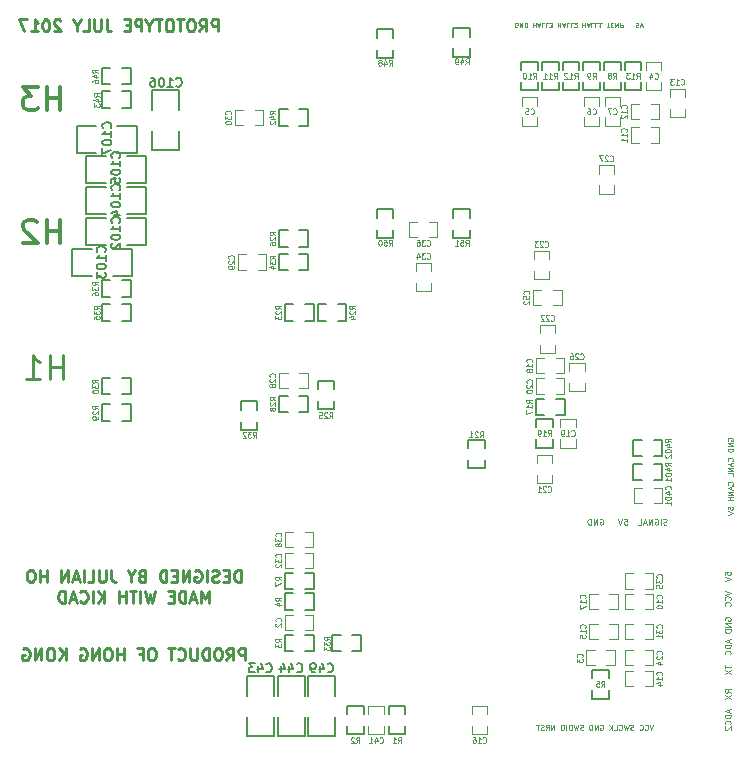
<source format=gbo>
G04 #@! TF.FileFunction,Legend,Bot*
%FSLAX46Y46*%
G04 Gerber Fmt 4.6, Leading zero omitted, Abs format (unit mm)*
G04 Created by KiCad (PCBNEW 4.0.6) date 07/07/17 00:51:22*
%MOMM*%
%LPD*%
G01*
G04 APERTURE LIST*
%ADD10C,0.100000*%
%ADD11C,0.250000*%
%ADD12C,0.125000*%
%ADD13C,0.300000*%
%ADD14C,0.112500*%
%ADD15C,0.075000*%
%ADD16C,0.119380*%
%ADD17C,0.127000*%
%ADD18C,0.114300*%
G04 APERTURE END LIST*
D10*
D11*
X203904762Y-138702381D02*
X203904762Y-137702381D01*
X203523809Y-137702381D01*
X203428571Y-137750000D01*
X203380952Y-137797619D01*
X203333333Y-137892857D01*
X203333333Y-138035714D01*
X203380952Y-138130952D01*
X203428571Y-138178571D01*
X203523809Y-138226190D01*
X203904762Y-138226190D01*
X202333333Y-138702381D02*
X202666667Y-138226190D01*
X202904762Y-138702381D02*
X202904762Y-137702381D01*
X202523809Y-137702381D01*
X202428571Y-137750000D01*
X202380952Y-137797619D01*
X202333333Y-137892857D01*
X202333333Y-138035714D01*
X202380952Y-138130952D01*
X202428571Y-138178571D01*
X202523809Y-138226190D01*
X202904762Y-138226190D01*
X201714286Y-137702381D02*
X201523809Y-137702381D01*
X201428571Y-137750000D01*
X201333333Y-137845238D01*
X201285714Y-138035714D01*
X201285714Y-138369048D01*
X201333333Y-138559524D01*
X201428571Y-138654762D01*
X201523809Y-138702381D01*
X201714286Y-138702381D01*
X201809524Y-138654762D01*
X201904762Y-138559524D01*
X201952381Y-138369048D01*
X201952381Y-138035714D01*
X201904762Y-137845238D01*
X201809524Y-137750000D01*
X201714286Y-137702381D01*
X200857143Y-138702381D02*
X200857143Y-137702381D01*
X200619048Y-137702381D01*
X200476190Y-137750000D01*
X200380952Y-137845238D01*
X200333333Y-137940476D01*
X200285714Y-138130952D01*
X200285714Y-138273810D01*
X200333333Y-138464286D01*
X200380952Y-138559524D01*
X200476190Y-138654762D01*
X200619048Y-138702381D01*
X200857143Y-138702381D01*
X199857143Y-137702381D02*
X199857143Y-138511905D01*
X199809524Y-138607143D01*
X199761905Y-138654762D01*
X199666667Y-138702381D01*
X199476190Y-138702381D01*
X199380952Y-138654762D01*
X199333333Y-138607143D01*
X199285714Y-138511905D01*
X199285714Y-137702381D01*
X198238095Y-138607143D02*
X198285714Y-138654762D01*
X198428571Y-138702381D01*
X198523809Y-138702381D01*
X198666667Y-138654762D01*
X198761905Y-138559524D01*
X198809524Y-138464286D01*
X198857143Y-138273810D01*
X198857143Y-138130952D01*
X198809524Y-137940476D01*
X198761905Y-137845238D01*
X198666667Y-137750000D01*
X198523809Y-137702381D01*
X198428571Y-137702381D01*
X198285714Y-137750000D01*
X198238095Y-137797619D01*
X197952381Y-137702381D02*
X197380952Y-137702381D01*
X197666667Y-138702381D02*
X197666667Y-137702381D01*
X196095238Y-137702381D02*
X195904761Y-137702381D01*
X195809523Y-137750000D01*
X195714285Y-137845238D01*
X195666666Y-138035714D01*
X195666666Y-138369048D01*
X195714285Y-138559524D01*
X195809523Y-138654762D01*
X195904761Y-138702381D01*
X196095238Y-138702381D01*
X196190476Y-138654762D01*
X196285714Y-138559524D01*
X196333333Y-138369048D01*
X196333333Y-138035714D01*
X196285714Y-137845238D01*
X196190476Y-137750000D01*
X196095238Y-137702381D01*
X194904761Y-138178571D02*
X195238095Y-138178571D01*
X195238095Y-138702381D02*
X195238095Y-137702381D01*
X194761904Y-137702381D01*
X193619047Y-138702381D02*
X193619047Y-137702381D01*
X193619047Y-138178571D02*
X193047618Y-138178571D01*
X193047618Y-138702381D02*
X193047618Y-137702381D01*
X192380952Y-137702381D02*
X192190475Y-137702381D01*
X192095237Y-137750000D01*
X191999999Y-137845238D01*
X191952380Y-138035714D01*
X191952380Y-138369048D01*
X191999999Y-138559524D01*
X192095237Y-138654762D01*
X192190475Y-138702381D01*
X192380952Y-138702381D01*
X192476190Y-138654762D01*
X192571428Y-138559524D01*
X192619047Y-138369048D01*
X192619047Y-138035714D01*
X192571428Y-137845238D01*
X192476190Y-137750000D01*
X192380952Y-137702381D01*
X191523809Y-138702381D02*
X191523809Y-137702381D01*
X190952380Y-138702381D01*
X190952380Y-137702381D01*
X189952380Y-137750000D02*
X190047618Y-137702381D01*
X190190475Y-137702381D01*
X190333333Y-137750000D01*
X190428571Y-137845238D01*
X190476190Y-137940476D01*
X190523809Y-138130952D01*
X190523809Y-138273810D01*
X190476190Y-138464286D01*
X190428571Y-138559524D01*
X190333333Y-138654762D01*
X190190475Y-138702381D01*
X190095237Y-138702381D01*
X189952380Y-138654762D01*
X189904761Y-138607143D01*
X189904761Y-138273810D01*
X190095237Y-138273810D01*
X188714285Y-138702381D02*
X188714285Y-137702381D01*
X188142856Y-138702381D02*
X188571428Y-138130952D01*
X188142856Y-137702381D02*
X188714285Y-138273810D01*
X187523809Y-137702381D02*
X187333332Y-137702381D01*
X187238094Y-137750000D01*
X187142856Y-137845238D01*
X187095237Y-138035714D01*
X187095237Y-138369048D01*
X187142856Y-138559524D01*
X187238094Y-138654762D01*
X187333332Y-138702381D01*
X187523809Y-138702381D01*
X187619047Y-138654762D01*
X187714285Y-138559524D01*
X187761904Y-138369048D01*
X187761904Y-138035714D01*
X187714285Y-137845238D01*
X187619047Y-137750000D01*
X187523809Y-137702381D01*
X186666666Y-138702381D02*
X186666666Y-137702381D01*
X186095237Y-138702381D01*
X186095237Y-137702381D01*
X185095237Y-137750000D02*
X185190475Y-137702381D01*
X185333332Y-137702381D01*
X185476190Y-137750000D01*
X185571428Y-137845238D01*
X185619047Y-137940476D01*
X185666666Y-138130952D01*
X185666666Y-138273810D01*
X185619047Y-138464286D01*
X185571428Y-138559524D01*
X185476190Y-138654762D01*
X185333332Y-138702381D01*
X185238094Y-138702381D01*
X185095237Y-138654762D01*
X185047618Y-138607143D01*
X185047618Y-138273810D01*
X185238094Y-138273810D01*
X203523810Y-132077381D02*
X203523810Y-131077381D01*
X203285715Y-131077381D01*
X203142857Y-131125000D01*
X203047619Y-131220238D01*
X203000000Y-131315476D01*
X202952381Y-131505952D01*
X202952381Y-131648810D01*
X203000000Y-131839286D01*
X203047619Y-131934524D01*
X203142857Y-132029762D01*
X203285715Y-132077381D01*
X203523810Y-132077381D01*
X202523810Y-131553571D02*
X202190476Y-131553571D01*
X202047619Y-132077381D02*
X202523810Y-132077381D01*
X202523810Y-131077381D01*
X202047619Y-131077381D01*
X201666667Y-132029762D02*
X201523810Y-132077381D01*
X201285714Y-132077381D01*
X201190476Y-132029762D01*
X201142857Y-131982143D01*
X201095238Y-131886905D01*
X201095238Y-131791667D01*
X201142857Y-131696429D01*
X201190476Y-131648810D01*
X201285714Y-131601190D01*
X201476191Y-131553571D01*
X201571429Y-131505952D01*
X201619048Y-131458333D01*
X201666667Y-131363095D01*
X201666667Y-131267857D01*
X201619048Y-131172619D01*
X201571429Y-131125000D01*
X201476191Y-131077381D01*
X201238095Y-131077381D01*
X201095238Y-131125000D01*
X200666667Y-132077381D02*
X200666667Y-131077381D01*
X199666667Y-131125000D02*
X199761905Y-131077381D01*
X199904762Y-131077381D01*
X200047620Y-131125000D01*
X200142858Y-131220238D01*
X200190477Y-131315476D01*
X200238096Y-131505952D01*
X200238096Y-131648810D01*
X200190477Y-131839286D01*
X200142858Y-131934524D01*
X200047620Y-132029762D01*
X199904762Y-132077381D01*
X199809524Y-132077381D01*
X199666667Y-132029762D01*
X199619048Y-131982143D01*
X199619048Y-131648810D01*
X199809524Y-131648810D01*
X199190477Y-132077381D02*
X199190477Y-131077381D01*
X198619048Y-132077381D01*
X198619048Y-131077381D01*
X198142858Y-131553571D02*
X197809524Y-131553571D01*
X197666667Y-132077381D02*
X198142858Y-132077381D01*
X198142858Y-131077381D01*
X197666667Y-131077381D01*
X197238096Y-132077381D02*
X197238096Y-131077381D01*
X197000001Y-131077381D01*
X196857143Y-131125000D01*
X196761905Y-131220238D01*
X196714286Y-131315476D01*
X196666667Y-131505952D01*
X196666667Y-131648810D01*
X196714286Y-131839286D01*
X196761905Y-131934524D01*
X196857143Y-132029762D01*
X197000001Y-132077381D01*
X197238096Y-132077381D01*
X195142857Y-131553571D02*
X195000000Y-131601190D01*
X194952381Y-131648810D01*
X194904762Y-131744048D01*
X194904762Y-131886905D01*
X194952381Y-131982143D01*
X195000000Y-132029762D01*
X195095238Y-132077381D01*
X195476191Y-132077381D01*
X195476191Y-131077381D01*
X195142857Y-131077381D01*
X195047619Y-131125000D01*
X195000000Y-131172619D01*
X194952381Y-131267857D01*
X194952381Y-131363095D01*
X195000000Y-131458333D01*
X195047619Y-131505952D01*
X195142857Y-131553571D01*
X195476191Y-131553571D01*
X194285715Y-131601190D02*
X194285715Y-132077381D01*
X194619048Y-131077381D02*
X194285715Y-131601190D01*
X193952381Y-131077381D01*
X192571428Y-131077381D02*
X192571428Y-131791667D01*
X192619048Y-131934524D01*
X192714286Y-132029762D01*
X192857143Y-132077381D01*
X192952381Y-132077381D01*
X192095238Y-131077381D02*
X192095238Y-131886905D01*
X192047619Y-131982143D01*
X192000000Y-132029762D01*
X191904762Y-132077381D01*
X191714285Y-132077381D01*
X191619047Y-132029762D01*
X191571428Y-131982143D01*
X191523809Y-131886905D01*
X191523809Y-131077381D01*
X190571428Y-132077381D02*
X191047619Y-132077381D01*
X191047619Y-131077381D01*
X190238095Y-132077381D02*
X190238095Y-131077381D01*
X189809524Y-131791667D02*
X189333333Y-131791667D01*
X189904762Y-132077381D02*
X189571429Y-131077381D01*
X189238095Y-132077381D01*
X188904762Y-132077381D02*
X188904762Y-131077381D01*
X188333333Y-132077381D01*
X188333333Y-131077381D01*
X187095238Y-132077381D02*
X187095238Y-131077381D01*
X187095238Y-131553571D02*
X186523809Y-131553571D01*
X186523809Y-132077381D02*
X186523809Y-131077381D01*
X185857143Y-131077381D02*
X185666666Y-131077381D01*
X185571428Y-131125000D01*
X185476190Y-131220238D01*
X185428571Y-131410714D01*
X185428571Y-131744048D01*
X185476190Y-131934524D01*
X185571428Y-132029762D01*
X185666666Y-132077381D01*
X185857143Y-132077381D01*
X185952381Y-132029762D01*
X186047619Y-131934524D01*
X186095238Y-131744048D01*
X186095238Y-131410714D01*
X186047619Y-131220238D01*
X185952381Y-131125000D01*
X185857143Y-131077381D01*
X200857143Y-133827381D02*
X200857143Y-132827381D01*
X200523809Y-133541667D01*
X200190476Y-132827381D01*
X200190476Y-133827381D01*
X199761905Y-133541667D02*
X199285714Y-133541667D01*
X199857143Y-133827381D02*
X199523810Y-132827381D01*
X199190476Y-133827381D01*
X198857143Y-133827381D02*
X198857143Y-132827381D01*
X198619048Y-132827381D01*
X198476190Y-132875000D01*
X198380952Y-132970238D01*
X198333333Y-133065476D01*
X198285714Y-133255952D01*
X198285714Y-133398810D01*
X198333333Y-133589286D01*
X198380952Y-133684524D01*
X198476190Y-133779762D01*
X198619048Y-133827381D01*
X198857143Y-133827381D01*
X197857143Y-133303571D02*
X197523809Y-133303571D01*
X197380952Y-133827381D02*
X197857143Y-133827381D01*
X197857143Y-132827381D01*
X197380952Y-132827381D01*
X196285714Y-132827381D02*
X196047619Y-133827381D01*
X195857142Y-133113095D01*
X195666666Y-133827381D01*
X195428571Y-132827381D01*
X195047619Y-133827381D02*
X195047619Y-132827381D01*
X194714286Y-132827381D02*
X194142857Y-132827381D01*
X194428572Y-133827381D02*
X194428572Y-132827381D01*
X193809524Y-133827381D02*
X193809524Y-132827381D01*
X193809524Y-133303571D02*
X193238095Y-133303571D01*
X193238095Y-133827381D02*
X193238095Y-132827381D01*
X192000000Y-133827381D02*
X192000000Y-132827381D01*
X191428571Y-133827381D02*
X191857143Y-133255952D01*
X191428571Y-132827381D02*
X192000000Y-133398810D01*
X191000000Y-133827381D02*
X191000000Y-132827381D01*
X189952381Y-133732143D02*
X190000000Y-133779762D01*
X190142857Y-133827381D01*
X190238095Y-133827381D01*
X190380953Y-133779762D01*
X190476191Y-133684524D01*
X190523810Y-133589286D01*
X190571429Y-133398810D01*
X190571429Y-133255952D01*
X190523810Y-133065476D01*
X190476191Y-132970238D01*
X190380953Y-132875000D01*
X190238095Y-132827381D01*
X190142857Y-132827381D01*
X190000000Y-132875000D01*
X189952381Y-132922619D01*
X189571429Y-133541667D02*
X189095238Y-133541667D01*
X189666667Y-133827381D02*
X189333334Y-132827381D01*
X189000000Y-133827381D01*
X188666667Y-133827381D02*
X188666667Y-132827381D01*
X188428572Y-132827381D01*
X188285714Y-132875000D01*
X188190476Y-132970238D01*
X188142857Y-133065476D01*
X188095238Y-133255952D01*
X188095238Y-133398810D01*
X188142857Y-133589286D01*
X188190476Y-133684524D01*
X188285714Y-133779762D01*
X188428572Y-133827381D01*
X188666667Y-133827381D01*
D12*
X239607141Y-127202381D02*
X239535712Y-127226190D01*
X239416665Y-127226190D01*
X239369046Y-127202381D01*
X239345236Y-127178571D01*
X239321427Y-127130952D01*
X239321427Y-127083333D01*
X239345236Y-127035714D01*
X239369046Y-127011905D01*
X239416665Y-126988095D01*
X239511903Y-126964286D01*
X239559522Y-126940476D01*
X239583331Y-126916667D01*
X239607141Y-126869048D01*
X239607141Y-126821429D01*
X239583331Y-126773810D01*
X239559522Y-126750000D01*
X239511903Y-126726190D01*
X239392855Y-126726190D01*
X239321427Y-126750000D01*
X239107141Y-127226190D02*
X239107141Y-126726190D01*
X238607142Y-126750000D02*
X238654761Y-126726190D01*
X238726189Y-126726190D01*
X238797618Y-126750000D01*
X238845237Y-126797619D01*
X238869046Y-126845238D01*
X238892856Y-126940476D01*
X238892856Y-127011905D01*
X238869046Y-127107143D01*
X238845237Y-127154762D01*
X238797618Y-127202381D01*
X238726189Y-127226190D01*
X238678570Y-127226190D01*
X238607142Y-127202381D01*
X238583332Y-127178571D01*
X238583332Y-127011905D01*
X238678570Y-127011905D01*
X238369046Y-127226190D02*
X238369046Y-126726190D01*
X238083332Y-127226190D01*
X238083332Y-126726190D01*
X237869046Y-127083333D02*
X237630951Y-127083333D01*
X237916665Y-127226190D02*
X237749998Y-126726190D01*
X237583332Y-127226190D01*
X237178570Y-127226190D02*
X237416665Y-127226190D01*
X237416665Y-126726190D01*
X236011904Y-126726190D02*
X236249999Y-126726190D01*
X236273809Y-126964286D01*
X236249999Y-126940476D01*
X236202380Y-126916667D01*
X236083333Y-126916667D01*
X236035714Y-126940476D01*
X236011904Y-126964286D01*
X235988095Y-127011905D01*
X235988095Y-127130952D01*
X236011904Y-127178571D01*
X236035714Y-127202381D01*
X236083333Y-127226190D01*
X236202380Y-127226190D01*
X236249999Y-127202381D01*
X236273809Y-127178571D01*
X235845238Y-126726190D02*
X235678571Y-127226190D01*
X235511905Y-126726190D01*
X233940478Y-126750000D02*
X233988097Y-126726190D01*
X234059525Y-126726190D01*
X234130954Y-126750000D01*
X234178573Y-126797619D01*
X234202382Y-126845238D01*
X234226192Y-126940476D01*
X234226192Y-127011905D01*
X234202382Y-127107143D01*
X234178573Y-127154762D01*
X234130954Y-127202381D01*
X234059525Y-127226190D01*
X234011906Y-127226190D01*
X233940478Y-127202381D01*
X233916668Y-127178571D01*
X233916668Y-127011905D01*
X234011906Y-127011905D01*
X233702382Y-127226190D02*
X233702382Y-126726190D01*
X233416668Y-127226190D01*
X233416668Y-126726190D01*
X233178572Y-127226190D02*
X233178572Y-126726190D01*
X233059525Y-126726190D01*
X232988096Y-126750000D01*
X232940477Y-126797619D01*
X232916668Y-126845238D01*
X232892858Y-126940476D01*
X232892858Y-127011905D01*
X232916668Y-127107143D01*
X232940477Y-127154762D01*
X232988096Y-127202381D01*
X233059525Y-127226190D01*
X233178572Y-127226190D01*
D13*
X188273810Y-92154762D02*
X188273810Y-90154762D01*
X188273810Y-91107143D02*
X187130952Y-91107143D01*
X187130952Y-92154762D02*
X187130952Y-90154762D01*
X186369048Y-90154762D02*
X185130952Y-90154762D01*
X185797619Y-90916667D01*
X185511905Y-90916667D01*
X185321429Y-91011905D01*
X185226191Y-91107143D01*
X185130952Y-91297619D01*
X185130952Y-91773810D01*
X185226191Y-91964286D01*
X185321429Y-92059524D01*
X185511905Y-92154762D01*
X186083333Y-92154762D01*
X186273810Y-92059524D01*
X186369048Y-91964286D01*
X188273810Y-103404762D02*
X188273810Y-101404762D01*
X188273810Y-102357143D02*
X187130952Y-102357143D01*
X187130952Y-103404762D02*
X187130952Y-101404762D01*
X186273810Y-101595238D02*
X186178572Y-101500000D01*
X185988095Y-101404762D01*
X185511905Y-101404762D01*
X185321429Y-101500000D01*
X185226191Y-101595238D01*
X185130952Y-101785714D01*
X185130952Y-101976190D01*
X185226191Y-102261905D01*
X186369048Y-103404762D01*
X185130952Y-103404762D01*
D11*
X188523810Y-114904762D02*
X188523810Y-112904762D01*
X188523810Y-113857143D02*
X187380952Y-113857143D01*
X187380952Y-114904762D02*
X187380952Y-112904762D01*
X185380952Y-114904762D02*
X186523810Y-114904762D01*
X185952381Y-114904762D02*
X185952381Y-112904762D01*
X186142857Y-113190476D01*
X186333333Y-113380952D01*
X186523810Y-113476190D01*
D10*
X226969046Y-85100000D02*
X226930951Y-85119048D01*
X226873808Y-85119048D01*
X226816665Y-85100000D01*
X226778570Y-85061905D01*
X226759522Y-85023810D01*
X226740474Y-84947619D01*
X226740474Y-84890476D01*
X226759522Y-84814286D01*
X226778570Y-84776190D01*
X226816665Y-84738095D01*
X226873808Y-84719048D01*
X226911903Y-84719048D01*
X226969046Y-84738095D01*
X226988094Y-84757143D01*
X226988094Y-84890476D01*
X226911903Y-84890476D01*
X227159522Y-84719048D02*
X227159522Y-85119048D01*
X227388094Y-84719048D01*
X227388094Y-85119048D01*
X227578570Y-84719048D02*
X227578570Y-85119048D01*
X227673808Y-85119048D01*
X227730951Y-85100000D01*
X227769046Y-85061905D01*
X227788094Y-85023810D01*
X227807142Y-84947619D01*
X227807142Y-84890476D01*
X227788094Y-84814286D01*
X227769046Y-84776190D01*
X227730951Y-84738095D01*
X227673808Y-84719048D01*
X227578570Y-84719048D01*
X228283332Y-84719048D02*
X228283332Y-85119048D01*
X228283332Y-84928571D02*
X228511904Y-84928571D01*
X228511904Y-84719048D02*
X228511904Y-85119048D01*
X228683332Y-84833333D02*
X228873809Y-84833333D01*
X228645237Y-84719048D02*
X228778571Y-85119048D01*
X228911904Y-84719048D01*
X229235713Y-84719048D02*
X229045237Y-84719048D01*
X229045237Y-85119048D01*
X229559523Y-84719048D02*
X229369047Y-84719048D01*
X229369047Y-85119048D01*
X229654762Y-85119048D02*
X229902381Y-85119048D01*
X229769048Y-84966667D01*
X229826190Y-84966667D01*
X229864286Y-84947619D01*
X229883333Y-84928571D01*
X229902381Y-84890476D01*
X229902381Y-84795238D01*
X229883333Y-84757143D01*
X229864286Y-84738095D01*
X229826190Y-84719048D01*
X229711905Y-84719048D01*
X229673809Y-84738095D01*
X229654762Y-84757143D01*
X230378571Y-84719048D02*
X230378571Y-85119048D01*
X230378571Y-84928571D02*
X230607143Y-84928571D01*
X230607143Y-84719048D02*
X230607143Y-85119048D01*
X230778571Y-84833333D02*
X230969048Y-84833333D01*
X230740476Y-84719048D02*
X230873810Y-85119048D01*
X231007143Y-84719048D01*
X231330952Y-84719048D02*
X231140476Y-84719048D01*
X231140476Y-85119048D01*
X231654762Y-84719048D02*
X231464286Y-84719048D01*
X231464286Y-85119048D01*
X231769048Y-85080952D02*
X231788096Y-85100000D01*
X231826191Y-85119048D01*
X231921429Y-85119048D01*
X231959525Y-85100000D01*
X231978572Y-85080952D01*
X231997620Y-85042857D01*
X231997620Y-85004762D01*
X231978572Y-84947619D01*
X231750001Y-84719048D01*
X231997620Y-84719048D01*
X232473810Y-84719048D02*
X232473810Y-85119048D01*
X232473810Y-84928571D02*
X232702382Y-84928571D01*
X232702382Y-84719048D02*
X232702382Y-85119048D01*
X232873810Y-84833333D02*
X233064287Y-84833333D01*
X232835715Y-84719048D02*
X232969049Y-85119048D01*
X233102382Y-84719048D01*
X233426191Y-84719048D02*
X233235715Y-84719048D01*
X233235715Y-85119048D01*
X233750001Y-84719048D02*
X233559525Y-84719048D01*
X233559525Y-85119048D01*
X234092859Y-84719048D02*
X233864287Y-84719048D01*
X233978573Y-84719048D02*
X233978573Y-85119048D01*
X233940478Y-85061905D01*
X233902383Y-85023810D01*
X233864287Y-85004762D01*
X234511906Y-85119048D02*
X234740478Y-85119048D01*
X234626192Y-84719048D02*
X234626192Y-85119048D01*
X234873811Y-84928571D02*
X235007144Y-84928571D01*
X235064287Y-84719048D02*
X234873811Y-84719048D01*
X234873811Y-85119048D01*
X235064287Y-85119048D01*
X235235716Y-84719048D02*
X235235716Y-85119048D01*
X235369049Y-84833333D01*
X235502383Y-85119048D01*
X235502383Y-84719048D01*
X235692859Y-84719048D02*
X235692859Y-85119048D01*
X235845240Y-85119048D01*
X235883335Y-85100000D01*
X235902383Y-85080952D01*
X235921431Y-85042857D01*
X235921431Y-84985714D01*
X235902383Y-84947619D01*
X235883335Y-84928571D01*
X235845240Y-84909524D01*
X235692859Y-84909524D01*
X237197621Y-85119048D02*
X237007145Y-85119048D01*
X236988097Y-84928571D01*
X237007145Y-84947619D01*
X237045240Y-84966667D01*
X237140478Y-84966667D01*
X237178574Y-84947619D01*
X237197621Y-84928571D01*
X237216669Y-84890476D01*
X237216669Y-84795238D01*
X237197621Y-84757143D01*
X237178574Y-84738095D01*
X237140478Y-84719048D01*
X237045240Y-84719048D01*
X237007145Y-84738095D01*
X236988097Y-84757143D01*
X237330954Y-85119048D02*
X237464288Y-84719048D01*
X237597621Y-85119048D01*
D14*
X244775000Y-120110714D02*
X244753571Y-120067857D01*
X244753571Y-120003571D01*
X244775000Y-119939286D01*
X244817857Y-119896428D01*
X244860714Y-119875000D01*
X244946429Y-119853571D01*
X245010714Y-119853571D01*
X245096429Y-119875000D01*
X245139286Y-119896428D01*
X245182143Y-119939286D01*
X245203571Y-120003571D01*
X245203571Y-120046428D01*
X245182143Y-120110714D01*
X245160714Y-120132143D01*
X245010714Y-120132143D01*
X245010714Y-120046428D01*
X245203571Y-120325000D02*
X244753571Y-120325000D01*
X245203571Y-120582143D01*
X244753571Y-120582143D01*
X245203571Y-120796429D02*
X244753571Y-120796429D01*
X244753571Y-120903572D01*
X244775000Y-120967857D01*
X244817857Y-121010715D01*
X244860714Y-121032143D01*
X244946429Y-121053572D01*
X245010714Y-121053572D01*
X245096429Y-121032143D01*
X245139286Y-121010715D01*
X245182143Y-120967857D01*
X245203571Y-120903572D01*
X245203571Y-120796429D01*
X245160714Y-121846429D02*
X245182143Y-121825000D01*
X245203571Y-121760714D01*
X245203571Y-121717857D01*
X245182143Y-121653572D01*
X245139286Y-121610714D01*
X245096429Y-121589286D01*
X245010714Y-121567857D01*
X244946429Y-121567857D01*
X244860714Y-121589286D01*
X244817857Y-121610714D01*
X244775000Y-121653572D01*
X244753571Y-121717857D01*
X244753571Y-121760714D01*
X244775000Y-121825000D01*
X244796429Y-121846429D01*
X245075000Y-122017857D02*
X245075000Y-122232143D01*
X245203571Y-121975000D02*
X244753571Y-122125000D01*
X245203571Y-122275000D01*
X245203571Y-122425000D02*
X244753571Y-122425000D01*
X245203571Y-122682143D01*
X244753571Y-122682143D01*
X245203571Y-123110715D02*
X245203571Y-122896429D01*
X244753571Y-122896429D01*
X245160714Y-123860715D02*
X245182143Y-123839286D01*
X245203571Y-123775000D01*
X245203571Y-123732143D01*
X245182143Y-123667858D01*
X245139286Y-123625000D01*
X245096429Y-123603572D01*
X245010714Y-123582143D01*
X244946429Y-123582143D01*
X244860714Y-123603572D01*
X244817857Y-123625000D01*
X244775000Y-123667858D01*
X244753571Y-123732143D01*
X244753571Y-123775000D01*
X244775000Y-123839286D01*
X244796429Y-123860715D01*
X245075000Y-124032143D02*
X245075000Y-124246429D01*
X245203571Y-123989286D02*
X244753571Y-124139286D01*
X245203571Y-124289286D01*
X245203571Y-124439286D02*
X244753571Y-124439286D01*
X245203571Y-124696429D01*
X244753571Y-124696429D01*
X245203571Y-124910715D02*
X244753571Y-124910715D01*
X244967857Y-124910715D02*
X244967857Y-125167858D01*
X245203571Y-125167858D02*
X244753571Y-125167858D01*
X244753571Y-125939287D02*
X244753571Y-125725001D01*
X244967857Y-125703572D01*
X244946429Y-125725001D01*
X244925000Y-125767858D01*
X244925000Y-125875001D01*
X244946429Y-125917858D01*
X244967857Y-125939287D01*
X245010714Y-125960715D01*
X245117857Y-125960715D01*
X245160714Y-125939287D01*
X245182143Y-125917858D01*
X245203571Y-125875001D01*
X245203571Y-125767858D01*
X245182143Y-125725001D01*
X245160714Y-125703572D01*
X244753571Y-126089286D02*
X245203571Y-126239286D01*
X244753571Y-126389286D01*
D10*
X244526190Y-131459528D02*
X244526190Y-131221433D01*
X244764286Y-131197623D01*
X244740476Y-131221433D01*
X244716667Y-131269052D01*
X244716667Y-131388099D01*
X244740476Y-131435718D01*
X244764286Y-131459528D01*
X244811905Y-131483337D01*
X244930952Y-131483337D01*
X244978571Y-131459528D01*
X245002381Y-131435718D01*
X245026190Y-131388099D01*
X245026190Y-131269052D01*
X245002381Y-131221433D01*
X244978571Y-131197623D01*
X244526190Y-131626194D02*
X245026190Y-131792861D01*
X244526190Y-131959527D01*
X244526190Y-132816669D02*
X245026190Y-132983336D01*
X244526190Y-133150002D01*
X244978571Y-133602383D02*
X245002381Y-133578573D01*
X245026190Y-133507145D01*
X245026190Y-133459526D01*
X245002381Y-133388097D01*
X244954762Y-133340478D01*
X244907143Y-133316669D01*
X244811905Y-133292859D01*
X244740476Y-133292859D01*
X244645238Y-133316669D01*
X244597619Y-133340478D01*
X244550000Y-133388097D01*
X244526190Y-133459526D01*
X244526190Y-133507145D01*
X244550000Y-133578573D01*
X244573810Y-133602383D01*
X244978571Y-134102383D02*
X245002381Y-134078573D01*
X245026190Y-134007145D01*
X245026190Y-133959526D01*
X245002381Y-133888097D01*
X244954762Y-133840478D01*
X244907143Y-133816669D01*
X244811905Y-133792859D01*
X244740476Y-133792859D01*
X244645238Y-133816669D01*
X244597619Y-133840478D01*
X244550000Y-133888097D01*
X244526190Y-133959526D01*
X244526190Y-134007145D01*
X244550000Y-134078573D01*
X244573810Y-134102383D01*
X244550000Y-135340477D02*
X244526190Y-135292858D01*
X244526190Y-135221430D01*
X244550000Y-135150001D01*
X244597619Y-135102382D01*
X244645238Y-135078573D01*
X244740476Y-135054763D01*
X244811905Y-135054763D01*
X244907143Y-135078573D01*
X244954762Y-135102382D01*
X245002381Y-135150001D01*
X245026190Y-135221430D01*
X245026190Y-135269049D01*
X245002381Y-135340477D01*
X244978571Y-135364287D01*
X244811905Y-135364287D01*
X244811905Y-135269049D01*
X245026190Y-135578573D02*
X244526190Y-135578573D01*
X245026190Y-135864287D01*
X244526190Y-135864287D01*
X245026190Y-136102383D02*
X244526190Y-136102383D01*
X244526190Y-136221430D01*
X244550000Y-136292859D01*
X244597619Y-136340478D01*
X244645238Y-136364287D01*
X244740476Y-136388097D01*
X244811905Y-136388097D01*
X244907143Y-136364287D01*
X244954762Y-136340478D01*
X245002381Y-136292859D01*
X245026190Y-136221430D01*
X245026190Y-136102383D01*
X244883333Y-136959525D02*
X244883333Y-137197620D01*
X245026190Y-136911906D02*
X244526190Y-137078573D01*
X245026190Y-137245239D01*
X245026190Y-137411906D02*
X244526190Y-137411906D01*
X244526190Y-137530953D01*
X244550000Y-137602382D01*
X244597619Y-137650001D01*
X244645238Y-137673810D01*
X244740476Y-137697620D01*
X244811905Y-137697620D01*
X244907143Y-137673810D01*
X244954762Y-137650001D01*
X245002381Y-137602382D01*
X245026190Y-137530953D01*
X245026190Y-137411906D01*
X244978571Y-138197620D02*
X245002381Y-138173810D01*
X245026190Y-138102382D01*
X245026190Y-138054763D01*
X245002381Y-137983334D01*
X244954762Y-137935715D01*
X244907143Y-137911906D01*
X244811905Y-137888096D01*
X244740476Y-137888096D01*
X244645238Y-137911906D01*
X244597619Y-137935715D01*
X244550000Y-137983334D01*
X244526190Y-138054763D01*
X244526190Y-138102382D01*
X244550000Y-138173810D01*
X244573810Y-138197620D01*
X244526190Y-139102381D02*
X244526190Y-139388095D01*
X245026190Y-139245238D02*
X244526190Y-139245238D01*
X244526190Y-139507143D02*
X245026190Y-139840476D01*
X244526190Y-139840476D02*
X245026190Y-139507143D01*
X245026190Y-141459522D02*
X244788095Y-141292855D01*
X245026190Y-141173808D02*
X244526190Y-141173808D01*
X244526190Y-141364284D01*
X244550000Y-141411903D01*
X244573810Y-141435712D01*
X244621429Y-141459522D01*
X244692857Y-141459522D01*
X244740476Y-141435712D01*
X244764286Y-141411903D01*
X244788095Y-141364284D01*
X244788095Y-141173808D01*
X244526190Y-141626189D02*
X245026190Y-141959522D01*
X244526190Y-141959522D02*
X245026190Y-141626189D01*
X244883333Y-142888092D02*
X244883333Y-143126187D01*
X245026190Y-142840473D02*
X244526190Y-143007140D01*
X245026190Y-143173806D01*
X245026190Y-143340473D02*
X244526190Y-143340473D01*
X244526190Y-143459520D01*
X244550000Y-143530949D01*
X244597619Y-143578568D01*
X244645238Y-143602377D01*
X244740476Y-143626187D01*
X244811905Y-143626187D01*
X244907143Y-143602377D01*
X244954762Y-143578568D01*
X245002381Y-143530949D01*
X245026190Y-143459520D01*
X245026190Y-143340473D01*
X244978571Y-144126187D02*
X245002381Y-144102377D01*
X245026190Y-144030949D01*
X245026190Y-143983330D01*
X245002381Y-143911901D01*
X244954762Y-143864282D01*
X244907143Y-143840473D01*
X244811905Y-143816663D01*
X244740476Y-143816663D01*
X244645238Y-143840473D01*
X244597619Y-143864282D01*
X244550000Y-143911901D01*
X244526190Y-143983330D01*
X244526190Y-144030949D01*
X244550000Y-144102377D01*
X244573810Y-144126187D01*
X244573810Y-144316663D02*
X244550000Y-144340473D01*
X244526190Y-144388092D01*
X244526190Y-144507139D01*
X244550000Y-144554758D01*
X244573810Y-144578568D01*
X244621429Y-144602377D01*
X244669048Y-144602377D01*
X244740476Y-144578568D01*
X245026190Y-144292854D01*
X245026190Y-144602377D01*
D15*
X238460714Y-144153571D02*
X238310714Y-144603571D01*
X238160714Y-144153571D01*
X237753571Y-144560714D02*
X237775000Y-144582143D01*
X237839286Y-144603571D01*
X237882143Y-144603571D01*
X237946428Y-144582143D01*
X237989286Y-144539286D01*
X238010714Y-144496429D01*
X238032143Y-144410714D01*
X238032143Y-144346429D01*
X238010714Y-144260714D01*
X237989286Y-144217857D01*
X237946428Y-144175000D01*
X237882143Y-144153571D01*
X237839286Y-144153571D01*
X237775000Y-144175000D01*
X237753571Y-144196429D01*
X237303571Y-144560714D02*
X237325000Y-144582143D01*
X237389286Y-144603571D01*
X237432143Y-144603571D01*
X237496428Y-144582143D01*
X237539286Y-144539286D01*
X237560714Y-144496429D01*
X237582143Y-144410714D01*
X237582143Y-144346429D01*
X237560714Y-144260714D01*
X237539286Y-144217857D01*
X237496428Y-144175000D01*
X237432143Y-144153571D01*
X237389286Y-144153571D01*
X237325000Y-144175000D01*
X237303571Y-144196429D01*
X236789286Y-144582143D02*
X236725000Y-144603571D01*
X236617857Y-144603571D01*
X236575000Y-144582143D01*
X236553571Y-144560714D01*
X236532143Y-144517857D01*
X236532143Y-144475000D01*
X236553571Y-144432143D01*
X236575000Y-144410714D01*
X236617857Y-144389286D01*
X236703571Y-144367857D01*
X236746429Y-144346429D01*
X236767857Y-144325000D01*
X236789286Y-144282143D01*
X236789286Y-144239286D01*
X236767857Y-144196429D01*
X236746429Y-144175000D01*
X236703571Y-144153571D01*
X236596429Y-144153571D01*
X236532143Y-144175000D01*
X236382143Y-144153571D02*
X236275000Y-144603571D01*
X236189286Y-144282143D01*
X236103572Y-144603571D01*
X235996429Y-144153571D01*
X235567857Y-144560714D02*
X235589286Y-144582143D01*
X235653572Y-144603571D01*
X235696429Y-144603571D01*
X235760714Y-144582143D01*
X235803572Y-144539286D01*
X235825000Y-144496429D01*
X235846429Y-144410714D01*
X235846429Y-144346429D01*
X235825000Y-144260714D01*
X235803572Y-144217857D01*
X235760714Y-144175000D01*
X235696429Y-144153571D01*
X235653572Y-144153571D01*
X235589286Y-144175000D01*
X235567857Y-144196429D01*
X235160714Y-144603571D02*
X235375000Y-144603571D01*
X235375000Y-144153571D01*
X235010714Y-144603571D02*
X235010714Y-144153571D01*
X234753571Y-144603571D02*
X234946428Y-144346429D01*
X234753571Y-144153571D02*
X235010714Y-144410714D01*
X233982143Y-144175000D02*
X234025000Y-144153571D01*
X234089286Y-144153571D01*
X234153571Y-144175000D01*
X234196429Y-144217857D01*
X234217857Y-144260714D01*
X234239286Y-144346429D01*
X234239286Y-144410714D01*
X234217857Y-144496429D01*
X234196429Y-144539286D01*
X234153571Y-144582143D01*
X234089286Y-144603571D01*
X234046429Y-144603571D01*
X233982143Y-144582143D01*
X233960714Y-144560714D01*
X233960714Y-144410714D01*
X234046429Y-144410714D01*
X233767857Y-144603571D02*
X233767857Y-144153571D01*
X233510714Y-144603571D01*
X233510714Y-144153571D01*
X233296428Y-144603571D02*
X233296428Y-144153571D01*
X233189285Y-144153571D01*
X233125000Y-144175000D01*
X233082142Y-144217857D01*
X233060714Y-144260714D01*
X233039285Y-144346429D01*
X233039285Y-144410714D01*
X233060714Y-144496429D01*
X233082142Y-144539286D01*
X233125000Y-144582143D01*
X233189285Y-144603571D01*
X233296428Y-144603571D01*
X232525000Y-144582143D02*
X232460714Y-144603571D01*
X232353571Y-144603571D01*
X232310714Y-144582143D01*
X232289285Y-144560714D01*
X232267857Y-144517857D01*
X232267857Y-144475000D01*
X232289285Y-144432143D01*
X232310714Y-144410714D01*
X232353571Y-144389286D01*
X232439285Y-144367857D01*
X232482143Y-144346429D01*
X232503571Y-144325000D01*
X232525000Y-144282143D01*
X232525000Y-144239286D01*
X232503571Y-144196429D01*
X232482143Y-144175000D01*
X232439285Y-144153571D01*
X232332143Y-144153571D01*
X232267857Y-144175000D01*
X232117857Y-144153571D02*
X232010714Y-144603571D01*
X231925000Y-144282143D01*
X231839286Y-144603571D01*
X231732143Y-144153571D01*
X231560714Y-144603571D02*
X231560714Y-144153571D01*
X231453571Y-144153571D01*
X231389286Y-144175000D01*
X231346428Y-144217857D01*
X231325000Y-144260714D01*
X231303571Y-144346429D01*
X231303571Y-144410714D01*
X231325000Y-144496429D01*
X231346428Y-144539286D01*
X231389286Y-144582143D01*
X231453571Y-144603571D01*
X231560714Y-144603571D01*
X231110714Y-144603571D02*
X231110714Y-144153571D01*
X230810714Y-144153571D02*
X230725000Y-144153571D01*
X230682142Y-144175000D01*
X230639285Y-144217857D01*
X230617857Y-144303571D01*
X230617857Y-144453571D01*
X230639285Y-144539286D01*
X230682142Y-144582143D01*
X230725000Y-144603571D01*
X230810714Y-144603571D01*
X230853571Y-144582143D01*
X230896428Y-144539286D01*
X230917857Y-144453571D01*
X230917857Y-144303571D01*
X230896428Y-144217857D01*
X230853571Y-144175000D01*
X230810714Y-144153571D01*
X230082142Y-144603571D02*
X230082142Y-144153571D01*
X229824999Y-144603571D01*
X229824999Y-144153571D01*
X229353570Y-144603571D02*
X229503570Y-144389286D01*
X229610713Y-144603571D02*
X229610713Y-144153571D01*
X229439285Y-144153571D01*
X229396427Y-144175000D01*
X229374999Y-144196429D01*
X229353570Y-144239286D01*
X229353570Y-144303571D01*
X229374999Y-144346429D01*
X229396427Y-144367857D01*
X229439285Y-144389286D01*
X229610713Y-144389286D01*
X229182142Y-144582143D02*
X229117856Y-144603571D01*
X229010713Y-144603571D01*
X228967856Y-144582143D01*
X228946427Y-144560714D01*
X228924999Y-144517857D01*
X228924999Y-144475000D01*
X228946427Y-144432143D01*
X228967856Y-144410714D01*
X229010713Y-144389286D01*
X229096427Y-144367857D01*
X229139285Y-144346429D01*
X229160713Y-144325000D01*
X229182142Y-144282143D01*
X229182142Y-144239286D01*
X229160713Y-144196429D01*
X229139285Y-144175000D01*
X229096427Y-144153571D01*
X228989285Y-144153571D01*
X228924999Y-144175000D01*
X228796428Y-144153571D02*
X228539285Y-144153571D01*
X228667856Y-144603571D02*
X228667856Y-144153571D01*
D11*
X201607144Y-85452381D02*
X201607144Y-84452381D01*
X201226191Y-84452381D01*
X201130953Y-84500000D01*
X201083334Y-84547619D01*
X201035715Y-84642857D01*
X201035715Y-84785714D01*
X201083334Y-84880952D01*
X201130953Y-84928571D01*
X201226191Y-84976190D01*
X201607144Y-84976190D01*
X200035715Y-85452381D02*
X200369049Y-84976190D01*
X200607144Y-85452381D02*
X200607144Y-84452381D01*
X200226191Y-84452381D01*
X200130953Y-84500000D01*
X200083334Y-84547619D01*
X200035715Y-84642857D01*
X200035715Y-84785714D01*
X200083334Y-84880952D01*
X200130953Y-84928571D01*
X200226191Y-84976190D01*
X200607144Y-84976190D01*
X199416668Y-84452381D02*
X199226191Y-84452381D01*
X199130953Y-84500000D01*
X199035715Y-84595238D01*
X198988096Y-84785714D01*
X198988096Y-85119048D01*
X199035715Y-85309524D01*
X199130953Y-85404762D01*
X199226191Y-85452381D01*
X199416668Y-85452381D01*
X199511906Y-85404762D01*
X199607144Y-85309524D01*
X199654763Y-85119048D01*
X199654763Y-84785714D01*
X199607144Y-84595238D01*
X199511906Y-84500000D01*
X199416668Y-84452381D01*
X198702382Y-84452381D02*
X198130953Y-84452381D01*
X198416668Y-85452381D02*
X198416668Y-84452381D01*
X197607144Y-84452381D02*
X197416667Y-84452381D01*
X197321429Y-84500000D01*
X197226191Y-84595238D01*
X197178572Y-84785714D01*
X197178572Y-85119048D01*
X197226191Y-85309524D01*
X197321429Y-85404762D01*
X197416667Y-85452381D01*
X197607144Y-85452381D01*
X197702382Y-85404762D01*
X197797620Y-85309524D01*
X197845239Y-85119048D01*
X197845239Y-84785714D01*
X197797620Y-84595238D01*
X197702382Y-84500000D01*
X197607144Y-84452381D01*
X196892858Y-84452381D02*
X196321429Y-84452381D01*
X196607144Y-85452381D02*
X196607144Y-84452381D01*
X195797620Y-84976190D02*
X195797620Y-85452381D01*
X196130953Y-84452381D02*
X195797620Y-84976190D01*
X195464286Y-84452381D01*
X195130953Y-85452381D02*
X195130953Y-84452381D01*
X194750000Y-84452381D01*
X194654762Y-84500000D01*
X194607143Y-84547619D01*
X194559524Y-84642857D01*
X194559524Y-84785714D01*
X194607143Y-84880952D01*
X194654762Y-84928571D01*
X194750000Y-84976190D01*
X195130953Y-84976190D01*
X194130953Y-84928571D02*
X193797619Y-84928571D01*
X193654762Y-85452381D02*
X194130953Y-85452381D01*
X194130953Y-84452381D01*
X193654762Y-84452381D01*
X192178571Y-84452381D02*
X192178571Y-85166667D01*
X192226191Y-85309524D01*
X192321429Y-85404762D01*
X192464286Y-85452381D01*
X192559524Y-85452381D01*
X191702381Y-84452381D02*
X191702381Y-85261905D01*
X191654762Y-85357143D01*
X191607143Y-85404762D01*
X191511905Y-85452381D01*
X191321428Y-85452381D01*
X191226190Y-85404762D01*
X191178571Y-85357143D01*
X191130952Y-85261905D01*
X191130952Y-84452381D01*
X190178571Y-85452381D02*
X190654762Y-85452381D01*
X190654762Y-84452381D01*
X189654762Y-84976190D02*
X189654762Y-85452381D01*
X189988095Y-84452381D02*
X189654762Y-84976190D01*
X189321428Y-84452381D01*
X188273809Y-84547619D02*
X188226190Y-84500000D01*
X188130952Y-84452381D01*
X187892856Y-84452381D01*
X187797618Y-84500000D01*
X187749999Y-84547619D01*
X187702380Y-84642857D01*
X187702380Y-84738095D01*
X187749999Y-84880952D01*
X188321428Y-85452381D01*
X187702380Y-85452381D01*
X187083333Y-84452381D02*
X186988094Y-84452381D01*
X186892856Y-84500000D01*
X186845237Y-84547619D01*
X186797618Y-84642857D01*
X186749999Y-84833333D01*
X186749999Y-85071429D01*
X186797618Y-85261905D01*
X186845237Y-85357143D01*
X186892856Y-85404762D01*
X186988094Y-85452381D01*
X187083333Y-85452381D01*
X187178571Y-85404762D01*
X187226190Y-85357143D01*
X187273809Y-85261905D01*
X187321428Y-85071429D01*
X187321428Y-84833333D01*
X187273809Y-84642857D01*
X187226190Y-84547619D01*
X187178571Y-84500000D01*
X187083333Y-84452381D01*
X185797618Y-85452381D02*
X186369047Y-85452381D01*
X186083333Y-85452381D02*
X186083333Y-84452381D01*
X186178571Y-84595238D01*
X186273809Y-84690476D01*
X186369047Y-84738095D01*
X185464285Y-84452381D02*
X184797618Y-84452381D01*
X185226190Y-85452381D01*
D16*
X209000380Y-134849760D02*
X209698880Y-134849760D01*
X207999620Y-134849760D02*
X207301120Y-134849760D01*
X209000380Y-136150240D02*
X209698880Y-136150240D01*
X207301120Y-136150240D02*
X207999620Y-136150240D01*
X209698880Y-136135000D02*
X209698880Y-134865000D01*
X207301120Y-134865000D02*
X207301120Y-136135000D01*
X233499620Y-139150240D02*
X232801120Y-139150240D01*
X234500380Y-139150240D02*
X235198880Y-139150240D01*
X233499620Y-137849760D02*
X232801120Y-137849760D01*
X235198880Y-137849760D02*
X234500380Y-137849760D01*
X232801120Y-137865000D02*
X232801120Y-139135000D01*
X235198880Y-139135000D02*
X235198880Y-137865000D01*
X237849760Y-88749620D02*
X237849760Y-88051120D01*
X237849760Y-89750380D02*
X237849760Y-90448880D01*
X239150240Y-88749620D02*
X239150240Y-88051120D01*
X239150240Y-90448880D02*
X239150240Y-89750380D01*
X239135000Y-88051120D02*
X237865000Y-88051120D01*
X237865000Y-90448880D02*
X239135000Y-90448880D01*
X228650240Y-92750380D02*
X228650240Y-93448880D01*
X228650240Y-91749620D02*
X228650240Y-91051120D01*
X227349760Y-92750380D02*
X227349760Y-93448880D01*
X227349760Y-91051120D02*
X227349760Y-91749620D01*
X227365000Y-93448880D02*
X228635000Y-93448880D01*
X228635000Y-91051120D02*
X227365000Y-91051120D01*
X233900240Y-92750380D02*
X233900240Y-93448880D01*
X233900240Y-91749620D02*
X233900240Y-91051120D01*
X232599760Y-92750380D02*
X232599760Y-93448880D01*
X232599760Y-91051120D02*
X232599760Y-91749620D01*
X232615000Y-93448880D02*
X233885000Y-93448880D01*
X233885000Y-91051120D02*
X232615000Y-91051120D01*
X235650240Y-92750380D02*
X235650240Y-93448880D01*
X235650240Y-91749620D02*
X235650240Y-91051120D01*
X234349760Y-92750380D02*
X234349760Y-93448880D01*
X234349760Y-91051120D02*
X234349760Y-91749620D01*
X234365000Y-93448880D02*
X235635000Y-93448880D01*
X235635000Y-91051120D02*
X234365000Y-91051120D01*
X237750380Y-133099760D02*
X238448880Y-133099760D01*
X236749620Y-133099760D02*
X236051120Y-133099760D01*
X237750380Y-134400240D02*
X238448880Y-134400240D01*
X236051120Y-134400240D02*
X236749620Y-134400240D01*
X238448880Y-134385000D02*
X238448880Y-133115000D01*
X236051120Y-133115000D02*
X236051120Y-134385000D01*
X237249620Y-94900240D02*
X236551120Y-94900240D01*
X238250380Y-94900240D02*
X238948880Y-94900240D01*
X237249620Y-93599760D02*
X236551120Y-93599760D01*
X238948880Y-93599760D02*
X238250380Y-93599760D01*
X236551120Y-93615000D02*
X236551120Y-94885000D01*
X238948880Y-94885000D02*
X238948880Y-93615000D01*
X237249620Y-92900240D02*
X236551120Y-92900240D01*
X238250380Y-92900240D02*
X238948880Y-92900240D01*
X237249620Y-91599760D02*
X236551120Y-91599760D01*
X238948880Y-91599760D02*
X238250380Y-91599760D01*
X236551120Y-91615000D02*
X236551120Y-92885000D01*
X238948880Y-92885000D02*
X238948880Y-91615000D01*
X239849760Y-90999620D02*
X239849760Y-90301120D01*
X239849760Y-92000380D02*
X239849760Y-92698880D01*
X241150240Y-90999620D02*
X241150240Y-90301120D01*
X241150240Y-92698880D02*
X241150240Y-92000380D01*
X241135000Y-90301120D02*
X239865000Y-90301120D01*
X239865000Y-92698880D02*
X241135000Y-92698880D01*
X237750380Y-139599760D02*
X238448880Y-139599760D01*
X236749620Y-139599760D02*
X236051120Y-139599760D01*
X237750380Y-140900240D02*
X238448880Y-140900240D01*
X236051120Y-140900240D02*
X236749620Y-140900240D01*
X238448880Y-140885000D02*
X238448880Y-139615000D01*
X236051120Y-139615000D02*
X236051120Y-140885000D01*
X234750380Y-135599760D02*
X235448880Y-135599760D01*
X233749620Y-135599760D02*
X233051120Y-135599760D01*
X234750380Y-136900240D02*
X235448880Y-136900240D01*
X233051120Y-136900240D02*
X233749620Y-136900240D01*
X235448880Y-136885000D02*
X235448880Y-135615000D01*
X233051120Y-135615000D02*
X233051120Y-136885000D01*
X224400240Y-144250380D02*
X224400240Y-144948880D01*
X224400240Y-143249620D02*
X224400240Y-142551120D01*
X223099760Y-144250380D02*
X223099760Y-144948880D01*
X223099760Y-142551120D02*
X223099760Y-143249620D01*
X223115000Y-144948880D02*
X224385000Y-144948880D01*
X224385000Y-142551120D02*
X223115000Y-142551120D01*
X234750380Y-133099760D02*
X235448880Y-133099760D01*
X233749620Y-133099760D02*
X233051120Y-133099760D01*
X234750380Y-134400240D02*
X235448880Y-134400240D01*
X233051120Y-134400240D02*
X233749620Y-134400240D01*
X235448880Y-134385000D02*
X235448880Y-133115000D01*
X233051120Y-133115000D02*
X233051120Y-134385000D01*
X229249620Y-114400240D02*
X228551120Y-114400240D01*
X230250380Y-114400240D02*
X230948880Y-114400240D01*
X229249620Y-113099760D02*
X228551120Y-113099760D01*
X230948880Y-113099760D02*
X230250380Y-113099760D01*
X228551120Y-113115000D02*
X228551120Y-114385000D01*
X230948880Y-114385000D02*
X230948880Y-113115000D01*
X230599760Y-118999620D02*
X230599760Y-118301120D01*
X230599760Y-120000380D02*
X230599760Y-120698880D01*
X231900240Y-118999620D02*
X231900240Y-118301120D01*
X231900240Y-120698880D02*
X231900240Y-120000380D01*
X231885000Y-118301120D02*
X230615000Y-118301120D01*
X230615000Y-120698880D02*
X231885000Y-120698880D01*
X229249620Y-116150240D02*
X228551120Y-116150240D01*
X230250380Y-116150240D02*
X230948880Y-116150240D01*
X229249620Y-114849760D02*
X228551120Y-114849760D01*
X230948880Y-114849760D02*
X230250380Y-114849760D01*
X228551120Y-114865000D02*
X228551120Y-116135000D01*
X230948880Y-116135000D02*
X230948880Y-114865000D01*
X228599760Y-121999620D02*
X228599760Y-121301120D01*
X228599760Y-123000380D02*
X228599760Y-123698880D01*
X229900240Y-121999620D02*
X229900240Y-121301120D01*
X229900240Y-123698880D02*
X229900240Y-123000380D01*
X229885000Y-121301120D02*
X228615000Y-121301120D01*
X228615000Y-123698880D02*
X229885000Y-123698880D01*
X228849760Y-110999620D02*
X228849760Y-110301120D01*
X228849760Y-112000380D02*
X228849760Y-112698880D01*
X230150240Y-110999620D02*
X230150240Y-110301120D01*
X230150240Y-112698880D02*
X230150240Y-112000380D01*
X230135000Y-110301120D02*
X228865000Y-110301120D01*
X228865000Y-112698880D02*
X230135000Y-112698880D01*
X229650240Y-105750380D02*
X229650240Y-106448880D01*
X229650240Y-104749620D02*
X229650240Y-104051120D01*
X228349760Y-105750380D02*
X228349760Y-106448880D01*
X228349760Y-104051120D02*
X228349760Y-104749620D01*
X228365000Y-106448880D02*
X229635000Y-106448880D01*
X229635000Y-104051120D02*
X228365000Y-104051120D01*
X236749620Y-139150240D02*
X236051120Y-139150240D01*
X237750380Y-139150240D02*
X238448880Y-139150240D01*
X236749620Y-137849760D02*
X236051120Y-137849760D01*
X238448880Y-137849760D02*
X237750380Y-137849760D01*
X236051120Y-137865000D02*
X236051120Y-139135000D01*
X238448880Y-139135000D02*
X238448880Y-137865000D01*
X232650240Y-115250380D02*
X232650240Y-115948880D01*
X232650240Y-114249620D02*
X232650240Y-113551120D01*
X231349760Y-115250380D02*
X231349760Y-115948880D01*
X231349760Y-113551120D02*
X231349760Y-114249620D01*
X231365000Y-115948880D02*
X232635000Y-115948880D01*
X232635000Y-113551120D02*
X231365000Y-113551120D01*
X233849760Y-97499620D02*
X233849760Y-96801120D01*
X233849760Y-98500380D02*
X233849760Y-99198880D01*
X235150240Y-97499620D02*
X235150240Y-96801120D01*
X235150240Y-99198880D02*
X235150240Y-98500380D01*
X235135000Y-96801120D02*
X233865000Y-96801120D01*
X233865000Y-99198880D02*
X235135000Y-99198880D01*
X208500380Y-114349760D02*
X209198880Y-114349760D01*
X207499620Y-114349760D02*
X206801120Y-114349760D01*
X208500380Y-115650240D02*
X209198880Y-115650240D01*
X206801120Y-115650240D02*
X207499620Y-115650240D01*
X209198880Y-115635000D02*
X209198880Y-114365000D01*
X206801120Y-114365000D02*
X206801120Y-115635000D01*
X205000380Y-104349760D02*
X205698880Y-104349760D01*
X203999620Y-104349760D02*
X203301120Y-104349760D01*
X205000380Y-105650240D02*
X205698880Y-105650240D01*
X203301120Y-105650240D02*
X203999620Y-105650240D01*
X205698880Y-105635000D02*
X205698880Y-104365000D01*
X203301120Y-104365000D02*
X203301120Y-105635000D01*
X204750380Y-92099760D02*
X205448880Y-92099760D01*
X203749620Y-92099760D02*
X203051120Y-92099760D01*
X204750380Y-93400240D02*
X205448880Y-93400240D01*
X203051120Y-93400240D02*
X203749620Y-93400240D01*
X205448880Y-93385000D02*
X205448880Y-92115000D01*
X203051120Y-92115000D02*
X203051120Y-93385000D01*
X237750380Y-135599760D02*
X238448880Y-135599760D01*
X236749620Y-135599760D02*
X236051120Y-135599760D01*
X237750380Y-136900240D02*
X238448880Y-136900240D01*
X236051120Y-136900240D02*
X236749620Y-136900240D01*
X238448880Y-136885000D02*
X238448880Y-135615000D01*
X236051120Y-135615000D02*
X236051120Y-136885000D01*
X209000380Y-129599760D02*
X209698880Y-129599760D01*
X207999620Y-129599760D02*
X207301120Y-129599760D01*
X209000380Y-130900240D02*
X209698880Y-130900240D01*
X207301120Y-130900240D02*
X207999620Y-130900240D01*
X209698880Y-130885000D02*
X209698880Y-129615000D01*
X207301120Y-129615000D02*
X207301120Y-130885000D01*
X218349760Y-105749620D02*
X218349760Y-105051120D01*
X218349760Y-106750380D02*
X218349760Y-107448880D01*
X219650240Y-105749620D02*
X219650240Y-105051120D01*
X219650240Y-107448880D02*
X219650240Y-106750380D01*
X219635000Y-105051120D02*
X218365000Y-105051120D01*
X218365000Y-107448880D02*
X219635000Y-107448880D01*
X237750380Y-131349760D02*
X238448880Y-131349760D01*
X236749620Y-131349760D02*
X236051120Y-131349760D01*
X237750380Y-132650240D02*
X238448880Y-132650240D01*
X236051120Y-132650240D02*
X236749620Y-132650240D01*
X238448880Y-132635000D02*
X238448880Y-131365000D01*
X236051120Y-131365000D02*
X236051120Y-132635000D01*
X219500380Y-101599760D02*
X220198880Y-101599760D01*
X218499620Y-101599760D02*
X217801120Y-101599760D01*
X219500380Y-102900240D02*
X220198880Y-102900240D01*
X217801120Y-102900240D02*
X218499620Y-102900240D01*
X220198880Y-102885000D02*
X220198880Y-101615000D01*
X217801120Y-101615000D02*
X217801120Y-102885000D01*
X207999620Y-129150240D02*
X207301120Y-129150240D01*
X209000380Y-129150240D02*
X209698880Y-129150240D01*
X207999620Y-127849760D02*
X207301120Y-127849760D01*
X209698880Y-127849760D02*
X209000380Y-127849760D01*
X207301120Y-127865000D02*
X207301120Y-129135000D01*
X209698880Y-129135000D02*
X209698880Y-127865000D01*
X215650240Y-144250380D02*
X215650240Y-144948880D01*
X215650240Y-143249620D02*
X215650240Y-142551120D01*
X214349760Y-144250380D02*
X214349760Y-144948880D01*
X214349760Y-142551120D02*
X214349760Y-143249620D01*
X214365000Y-144948880D02*
X215635000Y-144948880D01*
X215635000Y-142551120D02*
X214365000Y-142551120D01*
X228999620Y-108650240D02*
X228301120Y-108650240D01*
X230000380Y-108650240D02*
X230698880Y-108650240D01*
X228999620Y-107349760D02*
X228301120Y-107349760D01*
X230698880Y-107349760D02*
X230000380Y-107349760D01*
X228301120Y-107365000D02*
X228301120Y-108635000D01*
X230698880Y-108635000D02*
X230698880Y-107365000D01*
X238500380Y-124099760D02*
X239198880Y-124099760D01*
X237499620Y-124099760D02*
X236801120Y-124099760D01*
X238500380Y-125400240D02*
X239198880Y-125400240D01*
X236801120Y-125400240D02*
X237499620Y-125400240D01*
X239198880Y-125385000D02*
X239198880Y-124115000D01*
X236801120Y-124115000D02*
X236801120Y-125385000D01*
D17*
X217448500Y-144250380D02*
X217448500Y-144956500D01*
X217448500Y-144956500D02*
X216051500Y-144956500D01*
X216051500Y-144956500D02*
X216051500Y-144250380D01*
X217448500Y-142543500D02*
X217448500Y-143249620D01*
X217448500Y-142543500D02*
X216051500Y-142543500D01*
X216051500Y-142543500D02*
X216051500Y-143249620D01*
X212551500Y-143249620D02*
X212551500Y-142543500D01*
X212551500Y-142543500D02*
X213948500Y-142543500D01*
X213948500Y-142543500D02*
X213948500Y-143249620D01*
X212551500Y-144956500D02*
X212551500Y-144250380D01*
X212551500Y-144956500D02*
X213948500Y-144956500D01*
X213948500Y-144956500D02*
X213948500Y-144250380D01*
X207999620Y-137948500D02*
X207293500Y-137948500D01*
X207293500Y-137948500D02*
X207293500Y-136551500D01*
X207293500Y-136551500D02*
X207999620Y-136551500D01*
X209706500Y-137948500D02*
X209000380Y-137948500D01*
X209706500Y-137948500D02*
X209706500Y-136551500D01*
X209706500Y-136551500D02*
X209000380Y-136551500D01*
X207999620Y-134448500D02*
X207293500Y-134448500D01*
X207293500Y-134448500D02*
X207293500Y-133051500D01*
X207293500Y-133051500D02*
X207999620Y-133051500D01*
X209706500Y-134448500D02*
X209000380Y-134448500D01*
X209706500Y-134448500D02*
X209706500Y-133051500D01*
X209706500Y-133051500D02*
X209000380Y-133051500D01*
X233301500Y-140249620D02*
X233301500Y-139543500D01*
X233301500Y-139543500D02*
X234698500Y-139543500D01*
X234698500Y-139543500D02*
X234698500Y-140249620D01*
X233301500Y-141956500D02*
X233301500Y-141250380D01*
X233301500Y-141956500D02*
X234698500Y-141956500D01*
X234698500Y-141956500D02*
X234698500Y-141250380D01*
X209000380Y-131301500D02*
X209706500Y-131301500D01*
X209706500Y-131301500D02*
X209706500Y-132698500D01*
X209706500Y-132698500D02*
X209000380Y-132698500D01*
X207293500Y-131301500D02*
X207999620Y-131301500D01*
X207293500Y-131301500D02*
X207293500Y-132698500D01*
X207293500Y-132698500D02*
X207999620Y-132698500D01*
X234301500Y-88749620D02*
X234301500Y-88043500D01*
X234301500Y-88043500D02*
X235698500Y-88043500D01*
X235698500Y-88043500D02*
X235698500Y-88749620D01*
X234301500Y-90456500D02*
X234301500Y-89750380D01*
X234301500Y-90456500D02*
X235698500Y-90456500D01*
X235698500Y-90456500D02*
X235698500Y-89750380D01*
X232551500Y-88749620D02*
X232551500Y-88043500D01*
X232551500Y-88043500D02*
X233948500Y-88043500D01*
X233948500Y-88043500D02*
X233948500Y-88749620D01*
X232551500Y-90456500D02*
X232551500Y-89750380D01*
X232551500Y-90456500D02*
X233948500Y-90456500D01*
X233948500Y-90456500D02*
X233948500Y-89750380D01*
X227301500Y-88749620D02*
X227301500Y-88043500D01*
X227301500Y-88043500D02*
X228698500Y-88043500D01*
X228698500Y-88043500D02*
X228698500Y-88749620D01*
X227301500Y-90456500D02*
X227301500Y-89750380D01*
X227301500Y-90456500D02*
X228698500Y-90456500D01*
X228698500Y-90456500D02*
X228698500Y-89750380D01*
X229051500Y-88749620D02*
X229051500Y-88043500D01*
X229051500Y-88043500D02*
X230448500Y-88043500D01*
X230448500Y-88043500D02*
X230448500Y-88749620D01*
X229051500Y-90456500D02*
X229051500Y-89750380D01*
X229051500Y-90456500D02*
X230448500Y-90456500D01*
X230448500Y-90456500D02*
X230448500Y-89750380D01*
X230801500Y-88749620D02*
X230801500Y-88043500D01*
X230801500Y-88043500D02*
X232198500Y-88043500D01*
X232198500Y-88043500D02*
X232198500Y-88749620D01*
X230801500Y-90456500D02*
X230801500Y-89750380D01*
X230801500Y-90456500D02*
X232198500Y-90456500D01*
X232198500Y-90456500D02*
X232198500Y-89750380D01*
X236051500Y-88749620D02*
X236051500Y-88043500D01*
X236051500Y-88043500D02*
X237448500Y-88043500D01*
X237448500Y-88043500D02*
X237448500Y-88749620D01*
X236051500Y-90456500D02*
X236051500Y-89750380D01*
X236051500Y-90456500D02*
X237448500Y-90456500D01*
X237448500Y-90456500D02*
X237448500Y-89750380D01*
X230250380Y-116551500D02*
X230956500Y-116551500D01*
X230956500Y-116551500D02*
X230956500Y-117948500D01*
X230956500Y-117948500D02*
X230250380Y-117948500D01*
X228543500Y-116551500D02*
X229249620Y-116551500D01*
X228543500Y-116551500D02*
X228543500Y-117948500D01*
X228543500Y-117948500D02*
X229249620Y-117948500D01*
X229948500Y-120000380D02*
X229948500Y-120706500D01*
X229948500Y-120706500D02*
X228551500Y-120706500D01*
X228551500Y-120706500D02*
X228551500Y-120000380D01*
X229948500Y-118293500D02*
X229948500Y-118999620D01*
X229948500Y-118293500D02*
X228551500Y-118293500D01*
X228551500Y-118293500D02*
X228551500Y-118999620D01*
X224198500Y-121750380D02*
X224198500Y-122456500D01*
X224198500Y-122456500D02*
X222801500Y-122456500D01*
X222801500Y-122456500D02*
X222801500Y-121750380D01*
X224198500Y-120043500D02*
X224198500Y-120749620D01*
X224198500Y-120043500D02*
X222801500Y-120043500D01*
X222801500Y-120043500D02*
X222801500Y-120749620D01*
X211750380Y-108551500D02*
X212456500Y-108551500D01*
X212456500Y-108551500D02*
X212456500Y-109948500D01*
X212456500Y-109948500D02*
X211750380Y-109948500D01*
X210043500Y-108551500D02*
X210749620Y-108551500D01*
X210043500Y-108551500D02*
X210043500Y-109948500D01*
X210043500Y-109948500D02*
X210749620Y-109948500D01*
X207999620Y-109948500D02*
X207293500Y-109948500D01*
X207293500Y-109948500D02*
X207293500Y-108551500D01*
X207293500Y-108551500D02*
X207999620Y-108551500D01*
X209706500Y-109948500D02*
X209000380Y-109948500D01*
X209706500Y-109948500D02*
X209706500Y-108551500D01*
X209706500Y-108551500D02*
X209000380Y-108551500D01*
X211448500Y-116750380D02*
X211448500Y-117456500D01*
X211448500Y-117456500D02*
X210051500Y-117456500D01*
X210051500Y-117456500D02*
X210051500Y-116750380D01*
X211448500Y-115043500D02*
X211448500Y-115749620D01*
X211448500Y-115043500D02*
X210051500Y-115043500D01*
X210051500Y-115043500D02*
X210051500Y-115749620D01*
X207499620Y-103698500D02*
X206793500Y-103698500D01*
X206793500Y-103698500D02*
X206793500Y-102301500D01*
X206793500Y-102301500D02*
X207499620Y-102301500D01*
X209206500Y-103698500D02*
X208500380Y-103698500D01*
X209206500Y-103698500D02*
X209206500Y-102301500D01*
X209206500Y-102301500D02*
X208500380Y-102301500D01*
X207499620Y-117698500D02*
X206793500Y-117698500D01*
X206793500Y-117698500D02*
X206793500Y-116301500D01*
X206793500Y-116301500D02*
X207499620Y-116301500D01*
X209206500Y-117698500D02*
X208500380Y-117698500D01*
X209206500Y-117698500D02*
X209206500Y-116301500D01*
X209206500Y-116301500D02*
X208500380Y-116301500D01*
X193500380Y-117051500D02*
X194206500Y-117051500D01*
X194206500Y-117051500D02*
X194206500Y-118448500D01*
X194206500Y-118448500D02*
X193500380Y-118448500D01*
X191793500Y-117051500D02*
X192499620Y-117051500D01*
X191793500Y-117051500D02*
X191793500Y-118448500D01*
X191793500Y-118448500D02*
X192499620Y-118448500D01*
X192499620Y-116198500D02*
X191793500Y-116198500D01*
X191793500Y-116198500D02*
X191793500Y-114801500D01*
X191793500Y-114801500D02*
X192499620Y-114801500D01*
X194206500Y-116198500D02*
X193500380Y-116198500D01*
X194206500Y-116198500D02*
X194206500Y-114801500D01*
X194206500Y-114801500D02*
X193500380Y-114801500D01*
X203551500Y-117499620D02*
X203551500Y-116793500D01*
X203551500Y-116793500D02*
X204948500Y-116793500D01*
X204948500Y-116793500D02*
X204948500Y-117499620D01*
X203551500Y-119206500D02*
X203551500Y-118500380D01*
X203551500Y-119206500D02*
X204948500Y-119206500D01*
X204948500Y-119206500D02*
X204948500Y-118500380D01*
X213000380Y-136551500D02*
X213706500Y-136551500D01*
X213706500Y-136551500D02*
X213706500Y-137948500D01*
X213706500Y-137948500D02*
X213000380Y-137948500D01*
X211293500Y-136551500D02*
X211999620Y-136551500D01*
X211293500Y-136551500D02*
X211293500Y-137948500D01*
X211293500Y-137948500D02*
X211999620Y-137948500D01*
X207499620Y-105698500D02*
X206793500Y-105698500D01*
X206793500Y-105698500D02*
X206793500Y-104301500D01*
X206793500Y-104301500D02*
X207499620Y-104301500D01*
X209206500Y-105698500D02*
X208500380Y-105698500D01*
X209206500Y-105698500D02*
X209206500Y-104301500D01*
X209206500Y-104301500D02*
X208500380Y-104301500D01*
X193500380Y-108551500D02*
X194206500Y-108551500D01*
X194206500Y-108551500D02*
X194206500Y-109948500D01*
X194206500Y-109948500D02*
X193500380Y-109948500D01*
X191793500Y-108551500D02*
X192499620Y-108551500D01*
X191793500Y-108551500D02*
X191793500Y-109948500D01*
X191793500Y-109948500D02*
X192499620Y-109948500D01*
X192499620Y-107948500D02*
X191793500Y-107948500D01*
X191793500Y-107948500D02*
X191793500Y-106551500D01*
X191793500Y-106551500D02*
X192499620Y-106551500D01*
X194206500Y-107948500D02*
X193500380Y-107948500D01*
X194206500Y-107948500D02*
X194206500Y-106551500D01*
X194206500Y-106551500D02*
X193500380Y-106551500D01*
X207499620Y-93448500D02*
X206793500Y-93448500D01*
X206793500Y-93448500D02*
X206793500Y-92051500D01*
X206793500Y-92051500D02*
X207499620Y-92051500D01*
X209206500Y-93448500D02*
X208500380Y-93448500D01*
X209206500Y-93448500D02*
X209206500Y-92051500D01*
X209206500Y-92051500D02*
X208500380Y-92051500D01*
X193500380Y-90551500D02*
X194206500Y-90551500D01*
X194206500Y-90551500D02*
X194206500Y-91948500D01*
X194206500Y-91948500D02*
X193500380Y-91948500D01*
X191793500Y-90551500D02*
X192499620Y-90551500D01*
X191793500Y-90551500D02*
X191793500Y-91948500D01*
X191793500Y-91948500D02*
X192499620Y-91948500D01*
X192499620Y-89948500D02*
X191793500Y-89948500D01*
X191793500Y-89948500D02*
X191793500Y-88551500D01*
X191793500Y-88551500D02*
X192499620Y-88551500D01*
X194206500Y-89948500D02*
X193500380Y-89948500D01*
X194206500Y-89948500D02*
X194206500Y-88551500D01*
X194206500Y-88551500D02*
X193500380Y-88551500D01*
X215051500Y-85999620D02*
X215051500Y-85293500D01*
X215051500Y-85293500D02*
X216448500Y-85293500D01*
X216448500Y-85293500D02*
X216448500Y-85999620D01*
X215051500Y-87706500D02*
X215051500Y-87000380D01*
X215051500Y-87706500D02*
X216448500Y-87706500D01*
X216448500Y-87706500D02*
X216448500Y-87000380D01*
X221551500Y-85899620D02*
X221551500Y-85193500D01*
X221551500Y-85193500D02*
X222948500Y-85193500D01*
X222948500Y-85193500D02*
X222948500Y-85899620D01*
X221551500Y-87606500D02*
X221551500Y-86900380D01*
X221551500Y-87606500D02*
X222948500Y-87606500D01*
X222948500Y-87606500D02*
X222948500Y-86900380D01*
X215051500Y-101249620D02*
X215051500Y-100543500D01*
X215051500Y-100543500D02*
X216448500Y-100543500D01*
X216448500Y-100543500D02*
X216448500Y-101249620D01*
X215051500Y-102956500D02*
X215051500Y-102250380D01*
X215051500Y-102956500D02*
X216448500Y-102956500D01*
X216448500Y-102956500D02*
X216448500Y-102250380D01*
X221551500Y-101249620D02*
X221551500Y-100543500D01*
X221551500Y-100543500D02*
X222948500Y-100543500D01*
X222948500Y-100543500D02*
X222948500Y-101249620D01*
X221551500Y-102956500D02*
X221551500Y-102250380D01*
X221551500Y-102956500D02*
X222948500Y-102956500D01*
X222948500Y-102956500D02*
X222948500Y-102250380D01*
X237499620Y-123448500D02*
X236793500Y-123448500D01*
X236793500Y-123448500D02*
X236793500Y-122051500D01*
X236793500Y-122051500D02*
X237499620Y-122051500D01*
X239206500Y-123448500D02*
X238500380Y-123448500D01*
X239206500Y-123448500D02*
X239206500Y-122051500D01*
X239206500Y-122051500D02*
X238500380Y-122051500D01*
X237499620Y-121448500D02*
X236793500Y-121448500D01*
X236793500Y-121448500D02*
X236793500Y-120051500D01*
X236793500Y-120051500D02*
X237499620Y-120051500D01*
X239206500Y-121448500D02*
X238500380Y-121448500D01*
X239206500Y-121448500D02*
X239206500Y-120051500D01*
X239206500Y-120051500D02*
X238500380Y-120051500D01*
X206343000Y-145140000D02*
X204057000Y-145140000D01*
X204057000Y-145140000D02*
X204057000Y-143489000D01*
X206343000Y-141711000D02*
X206343000Y-140060000D01*
X206343000Y-140060000D02*
X204057000Y-140060000D01*
X204057000Y-140060000D02*
X204057000Y-141711000D01*
X206343000Y-143489000D02*
X206343000Y-145140000D01*
X208943000Y-145140000D02*
X206657000Y-145140000D01*
X206657000Y-145140000D02*
X206657000Y-143489000D01*
X208943000Y-141711000D02*
X208943000Y-140060000D01*
X208943000Y-140060000D02*
X206657000Y-140060000D01*
X206657000Y-140060000D02*
X206657000Y-141711000D01*
X208943000Y-143489000D02*
X208943000Y-145140000D01*
X209257000Y-140060000D02*
X211543000Y-140060000D01*
X211543000Y-140060000D02*
X211543000Y-141711000D01*
X209257000Y-143489000D02*
X209257000Y-145140000D01*
X209257000Y-145140000D02*
X211543000Y-145140000D01*
X211543000Y-145140000D02*
X211543000Y-143489000D01*
X209257000Y-141711000D02*
X209257000Y-140060000D01*
X194740000Y-93457000D02*
X194740000Y-95743000D01*
X194740000Y-95743000D02*
X193089000Y-95743000D01*
X191311000Y-93457000D02*
X189660000Y-93457000D01*
X189660000Y-93457000D02*
X189660000Y-95743000D01*
X189660000Y-95743000D02*
X191311000Y-95743000D01*
X193089000Y-93457000D02*
X194740000Y-93457000D01*
X196057000Y-90460000D02*
X198343000Y-90460000D01*
X198343000Y-90460000D02*
X198343000Y-92111000D01*
X196057000Y-93889000D02*
X196057000Y-95540000D01*
X196057000Y-95540000D02*
X198343000Y-95540000D01*
X198343000Y-95540000D02*
X198343000Y-93889000D01*
X196057000Y-92111000D02*
X196057000Y-90460000D01*
X195540000Y-96057000D02*
X195540000Y-98343000D01*
X195540000Y-98343000D02*
X193889000Y-98343000D01*
X192111000Y-96057000D02*
X190460000Y-96057000D01*
X190460000Y-96057000D02*
X190460000Y-98343000D01*
X190460000Y-98343000D02*
X192111000Y-98343000D01*
X193889000Y-96057000D02*
X195540000Y-96057000D01*
X195540000Y-98657000D02*
X195540000Y-100943000D01*
X195540000Y-100943000D02*
X193889000Y-100943000D01*
X192111000Y-98657000D02*
X190460000Y-98657000D01*
X190460000Y-98657000D02*
X190460000Y-100943000D01*
X190460000Y-100943000D02*
X192111000Y-100943000D01*
X193889000Y-98657000D02*
X195540000Y-98657000D01*
X194340000Y-103857000D02*
X194340000Y-106143000D01*
X194340000Y-106143000D02*
X192689000Y-106143000D01*
X190911000Y-103857000D02*
X189260000Y-103857000D01*
X189260000Y-103857000D02*
X189260000Y-106143000D01*
X189260000Y-106143000D02*
X190911000Y-106143000D01*
X192689000Y-103857000D02*
X194340000Y-103857000D01*
X195540000Y-101257000D02*
X195540000Y-103543000D01*
X195540000Y-103543000D02*
X193889000Y-103543000D01*
X192111000Y-101257000D02*
X190460000Y-101257000D01*
X190460000Y-101257000D02*
X190460000Y-103543000D01*
X190460000Y-103543000D02*
X192111000Y-103543000D01*
X193889000Y-101257000D02*
X195540000Y-101257000D01*
D18*
X206931429Y-135423800D02*
X206955619Y-135402029D01*
X206979810Y-135336715D01*
X206979810Y-135293172D01*
X206955619Y-135227857D01*
X206907238Y-135184315D01*
X206858857Y-135162543D01*
X206762095Y-135140772D01*
X206689524Y-135140772D01*
X206592762Y-135162543D01*
X206544381Y-135184315D01*
X206496000Y-135227857D01*
X206471810Y-135293172D01*
X206471810Y-135336715D01*
X206496000Y-135402029D01*
X206520190Y-135423800D01*
X206520190Y-135597972D02*
X206496000Y-135619743D01*
X206471810Y-135663286D01*
X206471810Y-135772143D01*
X206496000Y-135815686D01*
X206520190Y-135837457D01*
X206568571Y-135859229D01*
X206616952Y-135859229D01*
X206689524Y-135837457D01*
X206979810Y-135576200D01*
X206979810Y-135859229D01*
X232431429Y-138423800D02*
X232455619Y-138402029D01*
X232479810Y-138336715D01*
X232479810Y-138293172D01*
X232455619Y-138227857D01*
X232407238Y-138184315D01*
X232358857Y-138162543D01*
X232262095Y-138140772D01*
X232189524Y-138140772D01*
X232092762Y-138162543D01*
X232044381Y-138184315D01*
X231996000Y-138227857D01*
X231971810Y-138293172D01*
X231971810Y-138336715D01*
X231996000Y-138402029D01*
X232020190Y-138423800D01*
X231971810Y-138576200D02*
X231971810Y-138859229D01*
X232165333Y-138706829D01*
X232165333Y-138772143D01*
X232189524Y-138815686D01*
X232213714Y-138837457D01*
X232262095Y-138859229D01*
X232383048Y-138859229D01*
X232431429Y-138837457D01*
X232455619Y-138815686D01*
X232479810Y-138772143D01*
X232479810Y-138641515D01*
X232455619Y-138597972D01*
X232431429Y-138576200D01*
X238576200Y-89431429D02*
X238597971Y-89455619D01*
X238663285Y-89479810D01*
X238706828Y-89479810D01*
X238772143Y-89455619D01*
X238815685Y-89407238D01*
X238837457Y-89358857D01*
X238859228Y-89262095D01*
X238859228Y-89189524D01*
X238837457Y-89092762D01*
X238815685Y-89044381D01*
X238772143Y-88996000D01*
X238706828Y-88971810D01*
X238663285Y-88971810D01*
X238597971Y-88996000D01*
X238576200Y-89020190D01*
X238184314Y-89141143D02*
X238184314Y-89479810D01*
X238293171Y-88947619D02*
X238402028Y-89310476D01*
X238119000Y-89310476D01*
X228076200Y-92431429D02*
X228097971Y-92455619D01*
X228163285Y-92479810D01*
X228206828Y-92479810D01*
X228272143Y-92455619D01*
X228315685Y-92407238D01*
X228337457Y-92358857D01*
X228359228Y-92262095D01*
X228359228Y-92189524D01*
X228337457Y-92092762D01*
X228315685Y-92044381D01*
X228272143Y-91996000D01*
X228206828Y-91971810D01*
X228163285Y-91971810D01*
X228097971Y-91996000D01*
X228076200Y-92020190D01*
X227662543Y-91971810D02*
X227880257Y-91971810D01*
X227902028Y-92213714D01*
X227880257Y-92189524D01*
X227836714Y-92165333D01*
X227727857Y-92165333D01*
X227684314Y-92189524D01*
X227662543Y-92213714D01*
X227640771Y-92262095D01*
X227640771Y-92383048D01*
X227662543Y-92431429D01*
X227684314Y-92455619D01*
X227727857Y-92479810D01*
X227836714Y-92479810D01*
X227880257Y-92455619D01*
X227902028Y-92431429D01*
X233326200Y-92431429D02*
X233347971Y-92455619D01*
X233413285Y-92479810D01*
X233456828Y-92479810D01*
X233522143Y-92455619D01*
X233565685Y-92407238D01*
X233587457Y-92358857D01*
X233609228Y-92262095D01*
X233609228Y-92189524D01*
X233587457Y-92092762D01*
X233565685Y-92044381D01*
X233522143Y-91996000D01*
X233456828Y-91971810D01*
X233413285Y-91971810D01*
X233347971Y-91996000D01*
X233326200Y-92020190D01*
X232934314Y-91971810D02*
X233021400Y-91971810D01*
X233064943Y-91996000D01*
X233086714Y-92020190D01*
X233130257Y-92092762D01*
X233152028Y-92189524D01*
X233152028Y-92383048D01*
X233130257Y-92431429D01*
X233108485Y-92455619D01*
X233064943Y-92479810D01*
X232977857Y-92479810D01*
X232934314Y-92455619D01*
X232912543Y-92431429D01*
X232890771Y-92383048D01*
X232890771Y-92262095D01*
X232912543Y-92213714D01*
X232934314Y-92189524D01*
X232977857Y-92165333D01*
X233064943Y-92165333D01*
X233108485Y-92189524D01*
X233130257Y-92213714D01*
X233152028Y-92262095D01*
X235076200Y-92431429D02*
X235097971Y-92455619D01*
X235163285Y-92479810D01*
X235206828Y-92479810D01*
X235272143Y-92455619D01*
X235315685Y-92407238D01*
X235337457Y-92358857D01*
X235359228Y-92262095D01*
X235359228Y-92189524D01*
X235337457Y-92092762D01*
X235315685Y-92044381D01*
X235272143Y-91996000D01*
X235206828Y-91971810D01*
X235163285Y-91971810D01*
X235097971Y-91996000D01*
X235076200Y-92020190D01*
X234923800Y-91971810D02*
X234619000Y-91971810D01*
X234814943Y-92479810D01*
X239181429Y-133456085D02*
X239205619Y-133434314D01*
X239229810Y-133369000D01*
X239229810Y-133325457D01*
X239205619Y-133260142D01*
X239157238Y-133216600D01*
X239108857Y-133194828D01*
X239012095Y-133173057D01*
X238939524Y-133173057D01*
X238842762Y-133194828D01*
X238794381Y-133216600D01*
X238746000Y-133260142D01*
X238721810Y-133325457D01*
X238721810Y-133369000D01*
X238746000Y-133434314D01*
X238770190Y-133456085D01*
X239229810Y-133891514D02*
X239229810Y-133630257D01*
X239229810Y-133760885D02*
X238721810Y-133760885D01*
X238794381Y-133717342D01*
X238842762Y-133673800D01*
X238866952Y-133630257D01*
X238721810Y-134174543D02*
X238721810Y-134218086D01*
X238746000Y-134261629D01*
X238770190Y-134283400D01*
X238818571Y-134305171D01*
X238915333Y-134326943D01*
X239036286Y-134326943D01*
X239133048Y-134305171D01*
X239181429Y-134283400D01*
X239205619Y-134261629D01*
X239229810Y-134218086D01*
X239229810Y-134174543D01*
X239205619Y-134131000D01*
X239181429Y-134109229D01*
X239133048Y-134087457D01*
X239036286Y-134065686D01*
X238915333Y-134065686D01*
X238818571Y-134087457D01*
X238770190Y-134109229D01*
X238746000Y-134131000D01*
X238721810Y-134174543D01*
X236181429Y-93956085D02*
X236205619Y-93934314D01*
X236229810Y-93869000D01*
X236229810Y-93825457D01*
X236205619Y-93760142D01*
X236157238Y-93716600D01*
X236108857Y-93694828D01*
X236012095Y-93673057D01*
X235939524Y-93673057D01*
X235842762Y-93694828D01*
X235794381Y-93716600D01*
X235746000Y-93760142D01*
X235721810Y-93825457D01*
X235721810Y-93869000D01*
X235746000Y-93934314D01*
X235770190Y-93956085D01*
X236229810Y-94391514D02*
X236229810Y-94130257D01*
X236229810Y-94260885D02*
X235721810Y-94260885D01*
X235794381Y-94217342D01*
X235842762Y-94173800D01*
X235866952Y-94130257D01*
X236229810Y-94826943D02*
X236229810Y-94565686D01*
X236229810Y-94696314D02*
X235721810Y-94696314D01*
X235794381Y-94652771D01*
X235842762Y-94609229D01*
X235866952Y-94565686D01*
X236181429Y-91956085D02*
X236205619Y-91934314D01*
X236229810Y-91869000D01*
X236229810Y-91825457D01*
X236205619Y-91760142D01*
X236157238Y-91716600D01*
X236108857Y-91694828D01*
X236012095Y-91673057D01*
X235939524Y-91673057D01*
X235842762Y-91694828D01*
X235794381Y-91716600D01*
X235746000Y-91760142D01*
X235721810Y-91825457D01*
X235721810Y-91869000D01*
X235746000Y-91934314D01*
X235770190Y-91956085D01*
X236229810Y-92391514D02*
X236229810Y-92130257D01*
X236229810Y-92260885D02*
X235721810Y-92260885D01*
X235794381Y-92217342D01*
X235842762Y-92173800D01*
X235866952Y-92130257D01*
X235770190Y-92565686D02*
X235746000Y-92587457D01*
X235721810Y-92631000D01*
X235721810Y-92739857D01*
X235746000Y-92783400D01*
X235770190Y-92805171D01*
X235818571Y-92826943D01*
X235866952Y-92826943D01*
X235939524Y-92805171D01*
X236229810Y-92543914D01*
X236229810Y-92826943D01*
X240793915Y-89931429D02*
X240815686Y-89955619D01*
X240881000Y-89979810D01*
X240924543Y-89979810D01*
X240989858Y-89955619D01*
X241033400Y-89907238D01*
X241055172Y-89858857D01*
X241076943Y-89762095D01*
X241076943Y-89689524D01*
X241055172Y-89592762D01*
X241033400Y-89544381D01*
X240989858Y-89496000D01*
X240924543Y-89471810D01*
X240881000Y-89471810D01*
X240815686Y-89496000D01*
X240793915Y-89520190D01*
X240358486Y-89979810D02*
X240619743Y-89979810D01*
X240489115Y-89979810D02*
X240489115Y-89471810D01*
X240532658Y-89544381D01*
X240576200Y-89592762D01*
X240619743Y-89616952D01*
X240206086Y-89471810D02*
X239923057Y-89471810D01*
X240075457Y-89665333D01*
X240010143Y-89665333D01*
X239966600Y-89689524D01*
X239944829Y-89713714D01*
X239923057Y-89762095D01*
X239923057Y-89883048D01*
X239944829Y-89931429D01*
X239966600Y-89955619D01*
X240010143Y-89979810D01*
X240140771Y-89979810D01*
X240184314Y-89955619D01*
X240206086Y-89931429D01*
X239181429Y-139956085D02*
X239205619Y-139934314D01*
X239229810Y-139869000D01*
X239229810Y-139825457D01*
X239205619Y-139760142D01*
X239157238Y-139716600D01*
X239108857Y-139694828D01*
X239012095Y-139673057D01*
X238939524Y-139673057D01*
X238842762Y-139694828D01*
X238794381Y-139716600D01*
X238746000Y-139760142D01*
X238721810Y-139825457D01*
X238721810Y-139869000D01*
X238746000Y-139934314D01*
X238770190Y-139956085D01*
X239229810Y-140391514D02*
X239229810Y-140130257D01*
X239229810Y-140260885D02*
X238721810Y-140260885D01*
X238794381Y-140217342D01*
X238842762Y-140173800D01*
X238866952Y-140130257D01*
X238891143Y-140783400D02*
X239229810Y-140783400D01*
X238697619Y-140674543D02*
X239060476Y-140565686D01*
X239060476Y-140848714D01*
X232681429Y-135956085D02*
X232705619Y-135934314D01*
X232729810Y-135869000D01*
X232729810Y-135825457D01*
X232705619Y-135760142D01*
X232657238Y-135716600D01*
X232608857Y-135694828D01*
X232512095Y-135673057D01*
X232439524Y-135673057D01*
X232342762Y-135694828D01*
X232294381Y-135716600D01*
X232246000Y-135760142D01*
X232221810Y-135825457D01*
X232221810Y-135869000D01*
X232246000Y-135934314D01*
X232270190Y-135956085D01*
X232729810Y-136391514D02*
X232729810Y-136130257D01*
X232729810Y-136260885D02*
X232221810Y-136260885D01*
X232294381Y-136217342D01*
X232342762Y-136173800D01*
X232366952Y-136130257D01*
X232221810Y-136805171D02*
X232221810Y-136587457D01*
X232463714Y-136565686D01*
X232439524Y-136587457D01*
X232415333Y-136631000D01*
X232415333Y-136739857D01*
X232439524Y-136783400D01*
X232463714Y-136805171D01*
X232512095Y-136826943D01*
X232633048Y-136826943D01*
X232681429Y-136805171D01*
X232705619Y-136783400D01*
X232729810Y-136739857D01*
X232729810Y-136631000D01*
X232705619Y-136587457D01*
X232681429Y-136565686D01*
X224043915Y-145681429D02*
X224065686Y-145705619D01*
X224131000Y-145729810D01*
X224174543Y-145729810D01*
X224239858Y-145705619D01*
X224283400Y-145657238D01*
X224305172Y-145608857D01*
X224326943Y-145512095D01*
X224326943Y-145439524D01*
X224305172Y-145342762D01*
X224283400Y-145294381D01*
X224239858Y-145246000D01*
X224174543Y-145221810D01*
X224131000Y-145221810D01*
X224065686Y-145246000D01*
X224043915Y-145270190D01*
X223608486Y-145729810D02*
X223869743Y-145729810D01*
X223739115Y-145729810D02*
X223739115Y-145221810D01*
X223782658Y-145294381D01*
X223826200Y-145342762D01*
X223869743Y-145366952D01*
X223216600Y-145221810D02*
X223303686Y-145221810D01*
X223347229Y-145246000D01*
X223369000Y-145270190D01*
X223412543Y-145342762D01*
X223434314Y-145439524D01*
X223434314Y-145633048D01*
X223412543Y-145681429D01*
X223390771Y-145705619D01*
X223347229Y-145729810D01*
X223260143Y-145729810D01*
X223216600Y-145705619D01*
X223194829Y-145681429D01*
X223173057Y-145633048D01*
X223173057Y-145512095D01*
X223194829Y-145463714D01*
X223216600Y-145439524D01*
X223260143Y-145415333D01*
X223347229Y-145415333D01*
X223390771Y-145439524D01*
X223412543Y-145463714D01*
X223434314Y-145512095D01*
X232681429Y-133456085D02*
X232705619Y-133434314D01*
X232729810Y-133369000D01*
X232729810Y-133325457D01*
X232705619Y-133260142D01*
X232657238Y-133216600D01*
X232608857Y-133194828D01*
X232512095Y-133173057D01*
X232439524Y-133173057D01*
X232342762Y-133194828D01*
X232294381Y-133216600D01*
X232246000Y-133260142D01*
X232221810Y-133325457D01*
X232221810Y-133369000D01*
X232246000Y-133434314D01*
X232270190Y-133456085D01*
X232729810Y-133891514D02*
X232729810Y-133630257D01*
X232729810Y-133760885D02*
X232221810Y-133760885D01*
X232294381Y-133717342D01*
X232342762Y-133673800D01*
X232366952Y-133630257D01*
X232221810Y-134043914D02*
X232221810Y-134348714D01*
X232729810Y-134152771D01*
X228181429Y-113456085D02*
X228205619Y-113434314D01*
X228229810Y-113369000D01*
X228229810Y-113325457D01*
X228205619Y-113260142D01*
X228157238Y-113216600D01*
X228108857Y-113194828D01*
X228012095Y-113173057D01*
X227939524Y-113173057D01*
X227842762Y-113194828D01*
X227794381Y-113216600D01*
X227746000Y-113260142D01*
X227721810Y-113325457D01*
X227721810Y-113369000D01*
X227746000Y-113434314D01*
X227770190Y-113456085D01*
X228229810Y-113891514D02*
X228229810Y-113630257D01*
X228229810Y-113760885D02*
X227721810Y-113760885D01*
X227794381Y-113717342D01*
X227842762Y-113673800D01*
X227866952Y-113630257D01*
X227939524Y-114152771D02*
X227915333Y-114109229D01*
X227891143Y-114087457D01*
X227842762Y-114065686D01*
X227818571Y-114065686D01*
X227770190Y-114087457D01*
X227746000Y-114109229D01*
X227721810Y-114152771D01*
X227721810Y-114239857D01*
X227746000Y-114283400D01*
X227770190Y-114305171D01*
X227818571Y-114326943D01*
X227842762Y-114326943D01*
X227891143Y-114305171D01*
X227915333Y-114283400D01*
X227939524Y-114239857D01*
X227939524Y-114152771D01*
X227963714Y-114109229D01*
X227987905Y-114087457D01*
X228036286Y-114065686D01*
X228133048Y-114065686D01*
X228181429Y-114087457D01*
X228205619Y-114109229D01*
X228229810Y-114152771D01*
X228229810Y-114239857D01*
X228205619Y-114283400D01*
X228181429Y-114305171D01*
X228133048Y-114326943D01*
X228036286Y-114326943D01*
X227987905Y-114305171D01*
X227963714Y-114283400D01*
X227939524Y-114239857D01*
X231543915Y-119681429D02*
X231565686Y-119705619D01*
X231631000Y-119729810D01*
X231674543Y-119729810D01*
X231739858Y-119705619D01*
X231783400Y-119657238D01*
X231805172Y-119608857D01*
X231826943Y-119512095D01*
X231826943Y-119439524D01*
X231805172Y-119342762D01*
X231783400Y-119294381D01*
X231739858Y-119246000D01*
X231674543Y-119221810D01*
X231631000Y-119221810D01*
X231565686Y-119246000D01*
X231543915Y-119270190D01*
X231108486Y-119729810D02*
X231369743Y-119729810D01*
X231239115Y-119729810D02*
X231239115Y-119221810D01*
X231282658Y-119294381D01*
X231326200Y-119342762D01*
X231369743Y-119366952D01*
X230890771Y-119729810D02*
X230803686Y-119729810D01*
X230760143Y-119705619D01*
X230738371Y-119681429D01*
X230694829Y-119608857D01*
X230673057Y-119512095D01*
X230673057Y-119318571D01*
X230694829Y-119270190D01*
X230716600Y-119246000D01*
X230760143Y-119221810D01*
X230847229Y-119221810D01*
X230890771Y-119246000D01*
X230912543Y-119270190D01*
X230934314Y-119318571D01*
X230934314Y-119439524D01*
X230912543Y-119487905D01*
X230890771Y-119512095D01*
X230847229Y-119536286D01*
X230760143Y-119536286D01*
X230716600Y-119512095D01*
X230694829Y-119487905D01*
X230673057Y-119439524D01*
X228181429Y-115206085D02*
X228205619Y-115184314D01*
X228229810Y-115119000D01*
X228229810Y-115075457D01*
X228205619Y-115010142D01*
X228157238Y-114966600D01*
X228108857Y-114944828D01*
X228012095Y-114923057D01*
X227939524Y-114923057D01*
X227842762Y-114944828D01*
X227794381Y-114966600D01*
X227746000Y-115010142D01*
X227721810Y-115075457D01*
X227721810Y-115119000D01*
X227746000Y-115184314D01*
X227770190Y-115206085D01*
X227770190Y-115380257D02*
X227746000Y-115402028D01*
X227721810Y-115445571D01*
X227721810Y-115554428D01*
X227746000Y-115597971D01*
X227770190Y-115619742D01*
X227818571Y-115641514D01*
X227866952Y-115641514D01*
X227939524Y-115619742D01*
X228229810Y-115358485D01*
X228229810Y-115641514D01*
X227721810Y-115924543D02*
X227721810Y-115968086D01*
X227746000Y-116011629D01*
X227770190Y-116033400D01*
X227818571Y-116055171D01*
X227915333Y-116076943D01*
X228036286Y-116076943D01*
X228133048Y-116055171D01*
X228181429Y-116033400D01*
X228205619Y-116011629D01*
X228229810Y-115968086D01*
X228229810Y-115924543D01*
X228205619Y-115881000D01*
X228181429Y-115859229D01*
X228133048Y-115837457D01*
X228036286Y-115815686D01*
X227915333Y-115815686D01*
X227818571Y-115837457D01*
X227770190Y-115859229D01*
X227746000Y-115881000D01*
X227721810Y-115924543D01*
X229543915Y-124431429D02*
X229565686Y-124455619D01*
X229631000Y-124479810D01*
X229674543Y-124479810D01*
X229739858Y-124455619D01*
X229783400Y-124407238D01*
X229805172Y-124358857D01*
X229826943Y-124262095D01*
X229826943Y-124189524D01*
X229805172Y-124092762D01*
X229783400Y-124044381D01*
X229739858Y-123996000D01*
X229674543Y-123971810D01*
X229631000Y-123971810D01*
X229565686Y-123996000D01*
X229543915Y-124020190D01*
X229369743Y-124020190D02*
X229347972Y-123996000D01*
X229304429Y-123971810D01*
X229195572Y-123971810D01*
X229152029Y-123996000D01*
X229130258Y-124020190D01*
X229108486Y-124068571D01*
X229108486Y-124116952D01*
X229130258Y-124189524D01*
X229391515Y-124479810D01*
X229108486Y-124479810D01*
X228673057Y-124479810D02*
X228934314Y-124479810D01*
X228803686Y-124479810D02*
X228803686Y-123971810D01*
X228847229Y-124044381D01*
X228890771Y-124092762D01*
X228934314Y-124116952D01*
X229793915Y-109931429D02*
X229815686Y-109955619D01*
X229881000Y-109979810D01*
X229924543Y-109979810D01*
X229989858Y-109955619D01*
X230033400Y-109907238D01*
X230055172Y-109858857D01*
X230076943Y-109762095D01*
X230076943Y-109689524D01*
X230055172Y-109592762D01*
X230033400Y-109544381D01*
X229989858Y-109496000D01*
X229924543Y-109471810D01*
X229881000Y-109471810D01*
X229815686Y-109496000D01*
X229793915Y-109520190D01*
X229619743Y-109520190D02*
X229597972Y-109496000D01*
X229554429Y-109471810D01*
X229445572Y-109471810D01*
X229402029Y-109496000D01*
X229380258Y-109520190D01*
X229358486Y-109568571D01*
X229358486Y-109616952D01*
X229380258Y-109689524D01*
X229641515Y-109979810D01*
X229358486Y-109979810D01*
X229184314Y-109520190D02*
X229162543Y-109496000D01*
X229119000Y-109471810D01*
X229010143Y-109471810D01*
X228966600Y-109496000D01*
X228944829Y-109520190D01*
X228923057Y-109568571D01*
X228923057Y-109616952D01*
X228944829Y-109689524D01*
X229206086Y-109979810D01*
X228923057Y-109979810D01*
X229293915Y-103681429D02*
X229315686Y-103705619D01*
X229381000Y-103729810D01*
X229424543Y-103729810D01*
X229489858Y-103705619D01*
X229533400Y-103657238D01*
X229555172Y-103608857D01*
X229576943Y-103512095D01*
X229576943Y-103439524D01*
X229555172Y-103342762D01*
X229533400Y-103294381D01*
X229489858Y-103246000D01*
X229424543Y-103221810D01*
X229381000Y-103221810D01*
X229315686Y-103246000D01*
X229293915Y-103270190D01*
X229119743Y-103270190D02*
X229097972Y-103246000D01*
X229054429Y-103221810D01*
X228945572Y-103221810D01*
X228902029Y-103246000D01*
X228880258Y-103270190D01*
X228858486Y-103318571D01*
X228858486Y-103366952D01*
X228880258Y-103439524D01*
X229141515Y-103729810D01*
X228858486Y-103729810D01*
X228706086Y-103221810D02*
X228423057Y-103221810D01*
X228575457Y-103415333D01*
X228510143Y-103415333D01*
X228466600Y-103439524D01*
X228444829Y-103463714D01*
X228423057Y-103512095D01*
X228423057Y-103633048D01*
X228444829Y-103681429D01*
X228466600Y-103705619D01*
X228510143Y-103729810D01*
X228640771Y-103729810D01*
X228684314Y-103705619D01*
X228706086Y-103681429D01*
X239181429Y-138206085D02*
X239205619Y-138184314D01*
X239229810Y-138119000D01*
X239229810Y-138075457D01*
X239205619Y-138010142D01*
X239157238Y-137966600D01*
X239108857Y-137944828D01*
X239012095Y-137923057D01*
X238939524Y-137923057D01*
X238842762Y-137944828D01*
X238794381Y-137966600D01*
X238746000Y-138010142D01*
X238721810Y-138075457D01*
X238721810Y-138119000D01*
X238746000Y-138184314D01*
X238770190Y-138206085D01*
X238770190Y-138380257D02*
X238746000Y-138402028D01*
X238721810Y-138445571D01*
X238721810Y-138554428D01*
X238746000Y-138597971D01*
X238770190Y-138619742D01*
X238818571Y-138641514D01*
X238866952Y-138641514D01*
X238939524Y-138619742D01*
X239229810Y-138358485D01*
X239229810Y-138641514D01*
X238891143Y-139033400D02*
X239229810Y-139033400D01*
X238697619Y-138924543D02*
X239060476Y-138815686D01*
X239060476Y-139098714D01*
X232293915Y-113181429D02*
X232315686Y-113205619D01*
X232381000Y-113229810D01*
X232424543Y-113229810D01*
X232489858Y-113205619D01*
X232533400Y-113157238D01*
X232555172Y-113108857D01*
X232576943Y-113012095D01*
X232576943Y-112939524D01*
X232555172Y-112842762D01*
X232533400Y-112794381D01*
X232489858Y-112746000D01*
X232424543Y-112721810D01*
X232381000Y-112721810D01*
X232315686Y-112746000D01*
X232293915Y-112770190D01*
X232119743Y-112770190D02*
X232097972Y-112746000D01*
X232054429Y-112721810D01*
X231945572Y-112721810D01*
X231902029Y-112746000D01*
X231880258Y-112770190D01*
X231858486Y-112818571D01*
X231858486Y-112866952D01*
X231880258Y-112939524D01*
X232141515Y-113229810D01*
X231858486Y-113229810D01*
X231466600Y-112721810D02*
X231553686Y-112721810D01*
X231597229Y-112746000D01*
X231619000Y-112770190D01*
X231662543Y-112842762D01*
X231684314Y-112939524D01*
X231684314Y-113133048D01*
X231662543Y-113181429D01*
X231640771Y-113205619D01*
X231597229Y-113229810D01*
X231510143Y-113229810D01*
X231466600Y-113205619D01*
X231444829Y-113181429D01*
X231423057Y-113133048D01*
X231423057Y-113012095D01*
X231444829Y-112963714D01*
X231466600Y-112939524D01*
X231510143Y-112915333D01*
X231597229Y-112915333D01*
X231640771Y-112939524D01*
X231662543Y-112963714D01*
X231684314Y-113012095D01*
X234793915Y-96431429D02*
X234815686Y-96455619D01*
X234881000Y-96479810D01*
X234924543Y-96479810D01*
X234989858Y-96455619D01*
X235033400Y-96407238D01*
X235055172Y-96358857D01*
X235076943Y-96262095D01*
X235076943Y-96189524D01*
X235055172Y-96092762D01*
X235033400Y-96044381D01*
X234989858Y-95996000D01*
X234924543Y-95971810D01*
X234881000Y-95971810D01*
X234815686Y-95996000D01*
X234793915Y-96020190D01*
X234619743Y-96020190D02*
X234597972Y-95996000D01*
X234554429Y-95971810D01*
X234445572Y-95971810D01*
X234402029Y-95996000D01*
X234380258Y-96020190D01*
X234358486Y-96068571D01*
X234358486Y-96116952D01*
X234380258Y-96189524D01*
X234641515Y-96479810D01*
X234358486Y-96479810D01*
X234206086Y-95971810D02*
X233901286Y-95971810D01*
X234097229Y-96479810D01*
X206431429Y-114706085D02*
X206455619Y-114684314D01*
X206479810Y-114619000D01*
X206479810Y-114575457D01*
X206455619Y-114510142D01*
X206407238Y-114466600D01*
X206358857Y-114444828D01*
X206262095Y-114423057D01*
X206189524Y-114423057D01*
X206092762Y-114444828D01*
X206044381Y-114466600D01*
X205996000Y-114510142D01*
X205971810Y-114575457D01*
X205971810Y-114619000D01*
X205996000Y-114684314D01*
X206020190Y-114706085D01*
X206020190Y-114880257D02*
X205996000Y-114902028D01*
X205971810Y-114945571D01*
X205971810Y-115054428D01*
X205996000Y-115097971D01*
X206020190Y-115119742D01*
X206068571Y-115141514D01*
X206116952Y-115141514D01*
X206189524Y-115119742D01*
X206479810Y-114858485D01*
X206479810Y-115141514D01*
X206189524Y-115402771D02*
X206165333Y-115359229D01*
X206141143Y-115337457D01*
X206092762Y-115315686D01*
X206068571Y-115315686D01*
X206020190Y-115337457D01*
X205996000Y-115359229D01*
X205971810Y-115402771D01*
X205971810Y-115489857D01*
X205996000Y-115533400D01*
X206020190Y-115555171D01*
X206068571Y-115576943D01*
X206092762Y-115576943D01*
X206141143Y-115555171D01*
X206165333Y-115533400D01*
X206189524Y-115489857D01*
X206189524Y-115402771D01*
X206213714Y-115359229D01*
X206237905Y-115337457D01*
X206286286Y-115315686D01*
X206383048Y-115315686D01*
X206431429Y-115337457D01*
X206455619Y-115359229D01*
X206479810Y-115402771D01*
X206479810Y-115489857D01*
X206455619Y-115533400D01*
X206431429Y-115555171D01*
X206383048Y-115576943D01*
X206286286Y-115576943D01*
X206237905Y-115555171D01*
X206213714Y-115533400D01*
X206189524Y-115489857D01*
X202931429Y-104706085D02*
X202955619Y-104684314D01*
X202979810Y-104619000D01*
X202979810Y-104575457D01*
X202955619Y-104510142D01*
X202907238Y-104466600D01*
X202858857Y-104444828D01*
X202762095Y-104423057D01*
X202689524Y-104423057D01*
X202592762Y-104444828D01*
X202544381Y-104466600D01*
X202496000Y-104510142D01*
X202471810Y-104575457D01*
X202471810Y-104619000D01*
X202496000Y-104684314D01*
X202520190Y-104706085D01*
X202520190Y-104880257D02*
X202496000Y-104902028D01*
X202471810Y-104945571D01*
X202471810Y-105054428D01*
X202496000Y-105097971D01*
X202520190Y-105119742D01*
X202568571Y-105141514D01*
X202616952Y-105141514D01*
X202689524Y-105119742D01*
X202979810Y-104858485D01*
X202979810Y-105141514D01*
X202979810Y-105359229D02*
X202979810Y-105446314D01*
X202955619Y-105489857D01*
X202931429Y-105511629D01*
X202858857Y-105555171D01*
X202762095Y-105576943D01*
X202568571Y-105576943D01*
X202520190Y-105555171D01*
X202496000Y-105533400D01*
X202471810Y-105489857D01*
X202471810Y-105402771D01*
X202496000Y-105359229D01*
X202520190Y-105337457D01*
X202568571Y-105315686D01*
X202689524Y-105315686D01*
X202737905Y-105337457D01*
X202762095Y-105359229D01*
X202786286Y-105402771D01*
X202786286Y-105489857D01*
X202762095Y-105533400D01*
X202737905Y-105555171D01*
X202689524Y-105576943D01*
X202681429Y-92456085D02*
X202705619Y-92434314D01*
X202729810Y-92369000D01*
X202729810Y-92325457D01*
X202705619Y-92260142D01*
X202657238Y-92216600D01*
X202608857Y-92194828D01*
X202512095Y-92173057D01*
X202439524Y-92173057D01*
X202342762Y-92194828D01*
X202294381Y-92216600D01*
X202246000Y-92260142D01*
X202221810Y-92325457D01*
X202221810Y-92369000D01*
X202246000Y-92434314D01*
X202270190Y-92456085D01*
X202221810Y-92608485D02*
X202221810Y-92891514D01*
X202415333Y-92739114D01*
X202415333Y-92804428D01*
X202439524Y-92847971D01*
X202463714Y-92869742D01*
X202512095Y-92891514D01*
X202633048Y-92891514D01*
X202681429Y-92869742D01*
X202705619Y-92847971D01*
X202729810Y-92804428D01*
X202729810Y-92673800D01*
X202705619Y-92630257D01*
X202681429Y-92608485D01*
X202221810Y-93174543D02*
X202221810Y-93218086D01*
X202246000Y-93261629D01*
X202270190Y-93283400D01*
X202318571Y-93305171D01*
X202415333Y-93326943D01*
X202536286Y-93326943D01*
X202633048Y-93305171D01*
X202681429Y-93283400D01*
X202705619Y-93261629D01*
X202729810Y-93218086D01*
X202729810Y-93174543D01*
X202705619Y-93131000D01*
X202681429Y-93109229D01*
X202633048Y-93087457D01*
X202536286Y-93065686D01*
X202415333Y-93065686D01*
X202318571Y-93087457D01*
X202270190Y-93109229D01*
X202246000Y-93131000D01*
X202221810Y-93174543D01*
X239181429Y-135956085D02*
X239205619Y-135934314D01*
X239229810Y-135869000D01*
X239229810Y-135825457D01*
X239205619Y-135760142D01*
X239157238Y-135716600D01*
X239108857Y-135694828D01*
X239012095Y-135673057D01*
X238939524Y-135673057D01*
X238842762Y-135694828D01*
X238794381Y-135716600D01*
X238746000Y-135760142D01*
X238721810Y-135825457D01*
X238721810Y-135869000D01*
X238746000Y-135934314D01*
X238770190Y-135956085D01*
X238721810Y-136108485D02*
X238721810Y-136391514D01*
X238915333Y-136239114D01*
X238915333Y-136304428D01*
X238939524Y-136347971D01*
X238963714Y-136369742D01*
X239012095Y-136391514D01*
X239133048Y-136391514D01*
X239181429Y-136369742D01*
X239205619Y-136347971D01*
X239229810Y-136304428D01*
X239229810Y-136173800D01*
X239205619Y-136130257D01*
X239181429Y-136108485D01*
X239229810Y-136826943D02*
X239229810Y-136565686D01*
X239229810Y-136696314D02*
X238721810Y-136696314D01*
X238794381Y-136652771D01*
X238842762Y-136609229D01*
X238866952Y-136565686D01*
X206931429Y-129956085D02*
X206955619Y-129934314D01*
X206979810Y-129869000D01*
X206979810Y-129825457D01*
X206955619Y-129760142D01*
X206907238Y-129716600D01*
X206858857Y-129694828D01*
X206762095Y-129673057D01*
X206689524Y-129673057D01*
X206592762Y-129694828D01*
X206544381Y-129716600D01*
X206496000Y-129760142D01*
X206471810Y-129825457D01*
X206471810Y-129869000D01*
X206496000Y-129934314D01*
X206520190Y-129956085D01*
X206471810Y-130108485D02*
X206471810Y-130391514D01*
X206665333Y-130239114D01*
X206665333Y-130304428D01*
X206689524Y-130347971D01*
X206713714Y-130369742D01*
X206762095Y-130391514D01*
X206883048Y-130391514D01*
X206931429Y-130369742D01*
X206955619Y-130347971D01*
X206979810Y-130304428D01*
X206979810Y-130173800D01*
X206955619Y-130130257D01*
X206931429Y-130108485D01*
X206520190Y-130565686D02*
X206496000Y-130587457D01*
X206471810Y-130631000D01*
X206471810Y-130739857D01*
X206496000Y-130783400D01*
X206520190Y-130805171D01*
X206568571Y-130826943D01*
X206616952Y-130826943D01*
X206689524Y-130805171D01*
X206979810Y-130543914D01*
X206979810Y-130826943D01*
X219293915Y-104681429D02*
X219315686Y-104705619D01*
X219381000Y-104729810D01*
X219424543Y-104729810D01*
X219489858Y-104705619D01*
X219533400Y-104657238D01*
X219555172Y-104608857D01*
X219576943Y-104512095D01*
X219576943Y-104439524D01*
X219555172Y-104342762D01*
X219533400Y-104294381D01*
X219489858Y-104246000D01*
X219424543Y-104221810D01*
X219381000Y-104221810D01*
X219315686Y-104246000D01*
X219293915Y-104270190D01*
X219141515Y-104221810D02*
X218858486Y-104221810D01*
X219010886Y-104415333D01*
X218945572Y-104415333D01*
X218902029Y-104439524D01*
X218880258Y-104463714D01*
X218858486Y-104512095D01*
X218858486Y-104633048D01*
X218880258Y-104681429D01*
X218902029Y-104705619D01*
X218945572Y-104729810D01*
X219076200Y-104729810D01*
X219119743Y-104705619D01*
X219141515Y-104681429D01*
X218466600Y-104391143D02*
X218466600Y-104729810D01*
X218575457Y-104197619D02*
X218684314Y-104560476D01*
X218401286Y-104560476D01*
X239181429Y-131706085D02*
X239205619Y-131684314D01*
X239229810Y-131619000D01*
X239229810Y-131575457D01*
X239205619Y-131510142D01*
X239157238Y-131466600D01*
X239108857Y-131444828D01*
X239012095Y-131423057D01*
X238939524Y-131423057D01*
X238842762Y-131444828D01*
X238794381Y-131466600D01*
X238746000Y-131510142D01*
X238721810Y-131575457D01*
X238721810Y-131619000D01*
X238746000Y-131684314D01*
X238770190Y-131706085D01*
X238721810Y-131858485D02*
X238721810Y-132141514D01*
X238915333Y-131989114D01*
X238915333Y-132054428D01*
X238939524Y-132097971D01*
X238963714Y-132119742D01*
X239012095Y-132141514D01*
X239133048Y-132141514D01*
X239181429Y-132119742D01*
X239205619Y-132097971D01*
X239229810Y-132054428D01*
X239229810Y-131923800D01*
X239205619Y-131880257D01*
X239181429Y-131858485D01*
X238721810Y-132555171D02*
X238721810Y-132337457D01*
X238963714Y-132315686D01*
X238939524Y-132337457D01*
X238915333Y-132381000D01*
X238915333Y-132489857D01*
X238939524Y-132533400D01*
X238963714Y-132555171D01*
X239012095Y-132576943D01*
X239133048Y-132576943D01*
X239181429Y-132555171D01*
X239205619Y-132533400D01*
X239229810Y-132489857D01*
X239229810Y-132381000D01*
X239205619Y-132337457D01*
X239181429Y-132315686D01*
X219293915Y-103574429D02*
X219315686Y-103598619D01*
X219381000Y-103622810D01*
X219424543Y-103622810D01*
X219489858Y-103598619D01*
X219533400Y-103550238D01*
X219555172Y-103501857D01*
X219576943Y-103405095D01*
X219576943Y-103332524D01*
X219555172Y-103235762D01*
X219533400Y-103187381D01*
X219489858Y-103139000D01*
X219424543Y-103114810D01*
X219381000Y-103114810D01*
X219315686Y-103139000D01*
X219293915Y-103163190D01*
X219141515Y-103114810D02*
X218858486Y-103114810D01*
X219010886Y-103308333D01*
X218945572Y-103308333D01*
X218902029Y-103332524D01*
X218880258Y-103356714D01*
X218858486Y-103405095D01*
X218858486Y-103526048D01*
X218880258Y-103574429D01*
X218902029Y-103598619D01*
X218945572Y-103622810D01*
X219076200Y-103622810D01*
X219119743Y-103598619D01*
X219141515Y-103574429D01*
X218466600Y-103114810D02*
X218553686Y-103114810D01*
X218597229Y-103139000D01*
X218619000Y-103163190D01*
X218662543Y-103235762D01*
X218684314Y-103332524D01*
X218684314Y-103526048D01*
X218662543Y-103574429D01*
X218640771Y-103598619D01*
X218597229Y-103622810D01*
X218510143Y-103622810D01*
X218466600Y-103598619D01*
X218444829Y-103574429D01*
X218423057Y-103526048D01*
X218423057Y-103405095D01*
X218444829Y-103356714D01*
X218466600Y-103332524D01*
X218510143Y-103308333D01*
X218597229Y-103308333D01*
X218640771Y-103332524D01*
X218662543Y-103356714D01*
X218684314Y-103405095D01*
X206931429Y-128206085D02*
X206955619Y-128184314D01*
X206979810Y-128119000D01*
X206979810Y-128075457D01*
X206955619Y-128010142D01*
X206907238Y-127966600D01*
X206858857Y-127944828D01*
X206762095Y-127923057D01*
X206689524Y-127923057D01*
X206592762Y-127944828D01*
X206544381Y-127966600D01*
X206496000Y-128010142D01*
X206471810Y-128075457D01*
X206471810Y-128119000D01*
X206496000Y-128184314D01*
X206520190Y-128206085D01*
X206471810Y-128358485D02*
X206471810Y-128641514D01*
X206665333Y-128489114D01*
X206665333Y-128554428D01*
X206689524Y-128597971D01*
X206713714Y-128619742D01*
X206762095Y-128641514D01*
X206883048Y-128641514D01*
X206931429Y-128619742D01*
X206955619Y-128597971D01*
X206979810Y-128554428D01*
X206979810Y-128423800D01*
X206955619Y-128380257D01*
X206931429Y-128358485D01*
X206689524Y-128902771D02*
X206665333Y-128859229D01*
X206641143Y-128837457D01*
X206592762Y-128815686D01*
X206568571Y-128815686D01*
X206520190Y-128837457D01*
X206496000Y-128859229D01*
X206471810Y-128902771D01*
X206471810Y-128989857D01*
X206496000Y-129033400D01*
X206520190Y-129055171D01*
X206568571Y-129076943D01*
X206592762Y-129076943D01*
X206641143Y-129055171D01*
X206665333Y-129033400D01*
X206689524Y-128989857D01*
X206689524Y-128902771D01*
X206713714Y-128859229D01*
X206737905Y-128837457D01*
X206786286Y-128815686D01*
X206883048Y-128815686D01*
X206931429Y-128837457D01*
X206955619Y-128859229D01*
X206979810Y-128902771D01*
X206979810Y-128989857D01*
X206955619Y-129033400D01*
X206931429Y-129055171D01*
X206883048Y-129076943D01*
X206786286Y-129076943D01*
X206737905Y-129055171D01*
X206713714Y-129033400D01*
X206689524Y-128989857D01*
X215293915Y-145681429D02*
X215315686Y-145705619D01*
X215381000Y-145729810D01*
X215424543Y-145729810D01*
X215489858Y-145705619D01*
X215533400Y-145657238D01*
X215555172Y-145608857D01*
X215576943Y-145512095D01*
X215576943Y-145439524D01*
X215555172Y-145342762D01*
X215533400Y-145294381D01*
X215489858Y-145246000D01*
X215424543Y-145221810D01*
X215381000Y-145221810D01*
X215315686Y-145246000D01*
X215293915Y-145270190D01*
X214902029Y-145391143D02*
X214902029Y-145729810D01*
X215010886Y-145197619D02*
X215119743Y-145560476D01*
X214836715Y-145560476D01*
X214423057Y-145729810D02*
X214684314Y-145729810D01*
X214553686Y-145729810D02*
X214553686Y-145221810D01*
X214597229Y-145294381D01*
X214640771Y-145342762D01*
X214684314Y-145366952D01*
X227931429Y-107706085D02*
X227955619Y-107684314D01*
X227979810Y-107619000D01*
X227979810Y-107575457D01*
X227955619Y-107510142D01*
X227907238Y-107466600D01*
X227858857Y-107444828D01*
X227762095Y-107423057D01*
X227689524Y-107423057D01*
X227592762Y-107444828D01*
X227544381Y-107466600D01*
X227496000Y-107510142D01*
X227471810Y-107575457D01*
X227471810Y-107619000D01*
X227496000Y-107684314D01*
X227520190Y-107706085D01*
X227471810Y-108119742D02*
X227471810Y-107902028D01*
X227713714Y-107880257D01*
X227689524Y-107902028D01*
X227665333Y-107945571D01*
X227665333Y-108054428D01*
X227689524Y-108097971D01*
X227713714Y-108119742D01*
X227762095Y-108141514D01*
X227883048Y-108141514D01*
X227931429Y-108119742D01*
X227955619Y-108097971D01*
X227979810Y-108054428D01*
X227979810Y-107945571D01*
X227955619Y-107902028D01*
X227931429Y-107880257D01*
X227520190Y-108315686D02*
X227496000Y-108337457D01*
X227471810Y-108381000D01*
X227471810Y-108489857D01*
X227496000Y-108533400D01*
X227520190Y-108555171D01*
X227568571Y-108576943D01*
X227616952Y-108576943D01*
X227689524Y-108555171D01*
X227979810Y-108293914D01*
X227979810Y-108576943D01*
X239931429Y-124238371D02*
X239955619Y-124216600D01*
X239979810Y-124151286D01*
X239979810Y-124107743D01*
X239955619Y-124042428D01*
X239907238Y-123998886D01*
X239858857Y-123977114D01*
X239762095Y-123955343D01*
X239689524Y-123955343D01*
X239592762Y-123977114D01*
X239544381Y-123998886D01*
X239496000Y-124042428D01*
X239471810Y-124107743D01*
X239471810Y-124151286D01*
X239496000Y-124216600D01*
X239520190Y-124238371D01*
X239641143Y-124630257D02*
X239979810Y-124630257D01*
X239447619Y-124521400D02*
X239810476Y-124412543D01*
X239810476Y-124695571D01*
X239471810Y-124956829D02*
X239471810Y-125000372D01*
X239496000Y-125043915D01*
X239520190Y-125065686D01*
X239568571Y-125087457D01*
X239665333Y-125109229D01*
X239786286Y-125109229D01*
X239883048Y-125087457D01*
X239931429Y-125065686D01*
X239955619Y-125043915D01*
X239979810Y-125000372D01*
X239979810Y-124956829D01*
X239955619Y-124913286D01*
X239931429Y-124891515D01*
X239883048Y-124869743D01*
X239786286Y-124847972D01*
X239665333Y-124847972D01*
X239568571Y-124869743D01*
X239520190Y-124891515D01*
X239496000Y-124913286D01*
X239471810Y-124956829D01*
X239979810Y-125544658D02*
X239979810Y-125283401D01*
X239979810Y-125414029D02*
X239471810Y-125414029D01*
X239544381Y-125370486D01*
X239592762Y-125326944D01*
X239616952Y-125283401D01*
X216826200Y-145726362D02*
X216978600Y-145488086D01*
X217087457Y-145726362D02*
X217087457Y-145225982D01*
X216913285Y-145225982D01*
X216869743Y-145249810D01*
X216847971Y-145273638D01*
X216826200Y-145321293D01*
X216826200Y-145392776D01*
X216847971Y-145440431D01*
X216869743Y-145464259D01*
X216913285Y-145488086D01*
X217087457Y-145488086D01*
X216390771Y-145726362D02*
X216652028Y-145726362D01*
X216521400Y-145726362D02*
X216521400Y-145225982D01*
X216564943Y-145297465D01*
X216608485Y-145345120D01*
X216652028Y-145368948D01*
X213326200Y-145726362D02*
X213478600Y-145488086D01*
X213587457Y-145726362D02*
X213587457Y-145225982D01*
X213413285Y-145225982D01*
X213369743Y-145249810D01*
X213347971Y-145273638D01*
X213326200Y-145321293D01*
X213326200Y-145392776D01*
X213347971Y-145440431D01*
X213369743Y-145464259D01*
X213413285Y-145488086D01*
X213587457Y-145488086D01*
X213152028Y-145273638D02*
X213130257Y-145249810D01*
X213086714Y-145225982D01*
X212977857Y-145225982D01*
X212934314Y-145249810D01*
X212912543Y-145273638D01*
X212890771Y-145321293D01*
X212890771Y-145368948D01*
X212912543Y-145440431D01*
X213173800Y-145726362D01*
X212890771Y-145726362D01*
X206976362Y-137173800D02*
X206738086Y-137021400D01*
X206976362Y-136912543D02*
X206475982Y-136912543D01*
X206475982Y-137086715D01*
X206499810Y-137130257D01*
X206523638Y-137152029D01*
X206571293Y-137173800D01*
X206642776Y-137173800D01*
X206690431Y-137152029D01*
X206714259Y-137130257D01*
X206738086Y-137086715D01*
X206738086Y-136912543D01*
X206475982Y-137326200D02*
X206475982Y-137609229D01*
X206666603Y-137456829D01*
X206666603Y-137522143D01*
X206690431Y-137565686D01*
X206714259Y-137587457D01*
X206761914Y-137609229D01*
X206881052Y-137609229D01*
X206928707Y-137587457D01*
X206952535Y-137565686D01*
X206976362Y-137522143D01*
X206976362Y-137391515D01*
X206952535Y-137347972D01*
X206928707Y-137326200D01*
X206976362Y-133673800D02*
X206738086Y-133521400D01*
X206976362Y-133412543D02*
X206475982Y-133412543D01*
X206475982Y-133586715D01*
X206499810Y-133630257D01*
X206523638Y-133652029D01*
X206571293Y-133673800D01*
X206642776Y-133673800D01*
X206690431Y-133652029D01*
X206714259Y-133630257D01*
X206738086Y-133586715D01*
X206738086Y-133412543D01*
X206642776Y-134065686D02*
X206976362Y-134065686D01*
X206452155Y-133956829D02*
X206809569Y-133847972D01*
X206809569Y-134131000D01*
X234076200Y-140976362D02*
X234228600Y-140738086D01*
X234337457Y-140976362D02*
X234337457Y-140475982D01*
X234163285Y-140475982D01*
X234119743Y-140499810D01*
X234097971Y-140523638D01*
X234076200Y-140571293D01*
X234076200Y-140642776D01*
X234097971Y-140690431D01*
X234119743Y-140714259D01*
X234163285Y-140738086D01*
X234337457Y-140738086D01*
X233662543Y-140475982D02*
X233880257Y-140475982D01*
X233902028Y-140714259D01*
X233880257Y-140690431D01*
X233836714Y-140666603D01*
X233727857Y-140666603D01*
X233684314Y-140690431D01*
X233662543Y-140714259D01*
X233640771Y-140761914D01*
X233640771Y-140881052D01*
X233662543Y-140928707D01*
X233684314Y-140952535D01*
X233727857Y-140976362D01*
X233836714Y-140976362D01*
X233880257Y-140952535D01*
X233902028Y-140928707D01*
X206976362Y-131923800D02*
X206738086Y-131771400D01*
X206976362Y-131662543D02*
X206475982Y-131662543D01*
X206475982Y-131836715D01*
X206499810Y-131880257D01*
X206523638Y-131902029D01*
X206571293Y-131923800D01*
X206642776Y-131923800D01*
X206690431Y-131902029D01*
X206714259Y-131880257D01*
X206738086Y-131836715D01*
X206738086Y-131662543D01*
X206475982Y-132076200D02*
X206475982Y-132381000D01*
X206976362Y-132185057D01*
X235076200Y-89476362D02*
X235228600Y-89238086D01*
X235337457Y-89476362D02*
X235337457Y-88975982D01*
X235163285Y-88975982D01*
X235119743Y-88999810D01*
X235097971Y-89023638D01*
X235076200Y-89071293D01*
X235076200Y-89142776D01*
X235097971Y-89190431D01*
X235119743Y-89214259D01*
X235163285Y-89238086D01*
X235337457Y-89238086D01*
X234814943Y-89190431D02*
X234858485Y-89166603D01*
X234880257Y-89142776D01*
X234902028Y-89095120D01*
X234902028Y-89071293D01*
X234880257Y-89023638D01*
X234858485Y-88999810D01*
X234814943Y-88975982D01*
X234727857Y-88975982D01*
X234684314Y-88999810D01*
X234662543Y-89023638D01*
X234640771Y-89071293D01*
X234640771Y-89095120D01*
X234662543Y-89142776D01*
X234684314Y-89166603D01*
X234727857Y-89190431D01*
X234814943Y-89190431D01*
X234858485Y-89214259D01*
X234880257Y-89238086D01*
X234902028Y-89285741D01*
X234902028Y-89381052D01*
X234880257Y-89428707D01*
X234858485Y-89452535D01*
X234814943Y-89476362D01*
X234727857Y-89476362D01*
X234684314Y-89452535D01*
X234662543Y-89428707D01*
X234640771Y-89381052D01*
X234640771Y-89285741D01*
X234662543Y-89238086D01*
X234684314Y-89214259D01*
X234727857Y-89190431D01*
X233326200Y-89476362D02*
X233478600Y-89238086D01*
X233587457Y-89476362D02*
X233587457Y-88975982D01*
X233413285Y-88975982D01*
X233369743Y-88999810D01*
X233347971Y-89023638D01*
X233326200Y-89071293D01*
X233326200Y-89142776D01*
X233347971Y-89190431D01*
X233369743Y-89214259D01*
X233413285Y-89238086D01*
X233587457Y-89238086D01*
X233108485Y-89476362D02*
X233021400Y-89476362D01*
X232977857Y-89452535D01*
X232956085Y-89428707D01*
X232912543Y-89357224D01*
X232890771Y-89261914D01*
X232890771Y-89071293D01*
X232912543Y-89023638D01*
X232934314Y-88999810D01*
X232977857Y-88975982D01*
X233064943Y-88975982D01*
X233108485Y-88999810D01*
X233130257Y-89023638D01*
X233152028Y-89071293D01*
X233152028Y-89190431D01*
X233130257Y-89238086D01*
X233108485Y-89261914D01*
X233064943Y-89285741D01*
X232977857Y-89285741D01*
X232934314Y-89261914D01*
X232912543Y-89238086D01*
X232890771Y-89190431D01*
X228293915Y-89476362D02*
X228446315Y-89238086D01*
X228555172Y-89476362D02*
X228555172Y-88975982D01*
X228381000Y-88975982D01*
X228337458Y-88999810D01*
X228315686Y-89023638D01*
X228293915Y-89071293D01*
X228293915Y-89142776D01*
X228315686Y-89190431D01*
X228337458Y-89214259D01*
X228381000Y-89238086D01*
X228555172Y-89238086D01*
X227858486Y-89476362D02*
X228119743Y-89476362D01*
X227989115Y-89476362D02*
X227989115Y-88975982D01*
X228032658Y-89047465D01*
X228076200Y-89095120D01*
X228119743Y-89118948D01*
X227575457Y-88975982D02*
X227531914Y-88975982D01*
X227488371Y-88999810D01*
X227466600Y-89023638D01*
X227444829Y-89071293D01*
X227423057Y-89166603D01*
X227423057Y-89285741D01*
X227444829Y-89381052D01*
X227466600Y-89428707D01*
X227488371Y-89452535D01*
X227531914Y-89476362D01*
X227575457Y-89476362D01*
X227619000Y-89452535D01*
X227640771Y-89428707D01*
X227662543Y-89381052D01*
X227684314Y-89285741D01*
X227684314Y-89166603D01*
X227662543Y-89071293D01*
X227640771Y-89023638D01*
X227619000Y-88999810D01*
X227575457Y-88975982D01*
X230043915Y-89476362D02*
X230196315Y-89238086D01*
X230305172Y-89476362D02*
X230305172Y-88975982D01*
X230131000Y-88975982D01*
X230087458Y-88999810D01*
X230065686Y-89023638D01*
X230043915Y-89071293D01*
X230043915Y-89142776D01*
X230065686Y-89190431D01*
X230087458Y-89214259D01*
X230131000Y-89238086D01*
X230305172Y-89238086D01*
X229608486Y-89476362D02*
X229869743Y-89476362D01*
X229739115Y-89476362D02*
X229739115Y-88975982D01*
X229782658Y-89047465D01*
X229826200Y-89095120D01*
X229869743Y-89118948D01*
X229173057Y-89476362D02*
X229434314Y-89476362D01*
X229303686Y-89476362D02*
X229303686Y-88975982D01*
X229347229Y-89047465D01*
X229390771Y-89095120D01*
X229434314Y-89118948D01*
X231793915Y-89476362D02*
X231946315Y-89238086D01*
X232055172Y-89476362D02*
X232055172Y-88975982D01*
X231881000Y-88975982D01*
X231837458Y-88999810D01*
X231815686Y-89023638D01*
X231793915Y-89071293D01*
X231793915Y-89142776D01*
X231815686Y-89190431D01*
X231837458Y-89214259D01*
X231881000Y-89238086D01*
X232055172Y-89238086D01*
X231358486Y-89476362D02*
X231619743Y-89476362D01*
X231489115Y-89476362D02*
X231489115Y-88975982D01*
X231532658Y-89047465D01*
X231576200Y-89095120D01*
X231619743Y-89118948D01*
X231184314Y-89023638D02*
X231162543Y-88999810D01*
X231119000Y-88975982D01*
X231010143Y-88975982D01*
X230966600Y-88999810D01*
X230944829Y-89023638D01*
X230923057Y-89071293D01*
X230923057Y-89118948D01*
X230944829Y-89190431D01*
X231206086Y-89476362D01*
X230923057Y-89476362D01*
X237043915Y-89476362D02*
X237196315Y-89238086D01*
X237305172Y-89476362D02*
X237305172Y-88975982D01*
X237131000Y-88975982D01*
X237087458Y-88999810D01*
X237065686Y-89023638D01*
X237043915Y-89071293D01*
X237043915Y-89142776D01*
X237065686Y-89190431D01*
X237087458Y-89214259D01*
X237131000Y-89238086D01*
X237305172Y-89238086D01*
X236608486Y-89476362D02*
X236869743Y-89476362D01*
X236739115Y-89476362D02*
X236739115Y-88975982D01*
X236782658Y-89047465D01*
X236826200Y-89095120D01*
X236869743Y-89118948D01*
X236456086Y-88975982D02*
X236173057Y-88975982D01*
X236325457Y-89166603D01*
X236260143Y-89166603D01*
X236216600Y-89190431D01*
X236194829Y-89214259D01*
X236173057Y-89261914D01*
X236173057Y-89381052D01*
X236194829Y-89428707D01*
X236216600Y-89452535D01*
X236260143Y-89476362D01*
X236390771Y-89476362D01*
X236434314Y-89452535D01*
X236456086Y-89428707D01*
X228226362Y-116956085D02*
X227988086Y-116803685D01*
X228226362Y-116694828D02*
X227725982Y-116694828D01*
X227725982Y-116869000D01*
X227749810Y-116912542D01*
X227773638Y-116934314D01*
X227821293Y-116956085D01*
X227892776Y-116956085D01*
X227940431Y-116934314D01*
X227964259Y-116912542D01*
X227988086Y-116869000D01*
X227988086Y-116694828D01*
X228226362Y-117391514D02*
X228226362Y-117130257D01*
X228226362Y-117260885D02*
X227725982Y-117260885D01*
X227797465Y-117217342D01*
X227845120Y-117173800D01*
X227868948Y-117130257D01*
X227725982Y-117543914D02*
X227725982Y-117848714D01*
X228226362Y-117652771D01*
X229543915Y-119726362D02*
X229696315Y-119488086D01*
X229805172Y-119726362D02*
X229805172Y-119225982D01*
X229631000Y-119225982D01*
X229587458Y-119249810D01*
X229565686Y-119273638D01*
X229543915Y-119321293D01*
X229543915Y-119392776D01*
X229565686Y-119440431D01*
X229587458Y-119464259D01*
X229631000Y-119488086D01*
X229805172Y-119488086D01*
X229108486Y-119726362D02*
X229369743Y-119726362D01*
X229239115Y-119726362D02*
X229239115Y-119225982D01*
X229282658Y-119297465D01*
X229326200Y-119345120D01*
X229369743Y-119368948D01*
X228890771Y-119726362D02*
X228803686Y-119726362D01*
X228760143Y-119702535D01*
X228738371Y-119678707D01*
X228694829Y-119607224D01*
X228673057Y-119511914D01*
X228673057Y-119321293D01*
X228694829Y-119273638D01*
X228716600Y-119249810D01*
X228760143Y-119225982D01*
X228847229Y-119225982D01*
X228890771Y-119249810D01*
X228912543Y-119273638D01*
X228934314Y-119321293D01*
X228934314Y-119440431D01*
X228912543Y-119488086D01*
X228890771Y-119511914D01*
X228847229Y-119535741D01*
X228760143Y-119535741D01*
X228716600Y-119511914D01*
X228694829Y-119488086D01*
X228673057Y-119440431D01*
X223769915Y-119841362D02*
X223922315Y-119603086D01*
X224031172Y-119841362D02*
X224031172Y-119340982D01*
X223857000Y-119340982D01*
X223813458Y-119364810D01*
X223791686Y-119388638D01*
X223769915Y-119436293D01*
X223769915Y-119507776D01*
X223791686Y-119555431D01*
X223813458Y-119579259D01*
X223857000Y-119603086D01*
X224031172Y-119603086D01*
X223595743Y-119388638D02*
X223573972Y-119364810D01*
X223530429Y-119340982D01*
X223421572Y-119340982D01*
X223378029Y-119364810D01*
X223356258Y-119388638D01*
X223334486Y-119436293D01*
X223334486Y-119483948D01*
X223356258Y-119555431D01*
X223617515Y-119841362D01*
X223334486Y-119841362D01*
X222899057Y-119841362D02*
X223160314Y-119841362D01*
X223029686Y-119841362D02*
X223029686Y-119340982D01*
X223073229Y-119412465D01*
X223116771Y-119460120D01*
X223160314Y-119483948D01*
X206976362Y-108956085D02*
X206738086Y-108803685D01*
X206976362Y-108694828D02*
X206475982Y-108694828D01*
X206475982Y-108869000D01*
X206499810Y-108912542D01*
X206523638Y-108934314D01*
X206571293Y-108956085D01*
X206642776Y-108956085D01*
X206690431Y-108934314D01*
X206714259Y-108912542D01*
X206738086Y-108869000D01*
X206738086Y-108694828D01*
X206523638Y-109130257D02*
X206499810Y-109152028D01*
X206475982Y-109195571D01*
X206475982Y-109304428D01*
X206499810Y-109347971D01*
X206523638Y-109369742D01*
X206571293Y-109391514D01*
X206618948Y-109391514D01*
X206690431Y-109369742D01*
X206976362Y-109108485D01*
X206976362Y-109391514D01*
X206475982Y-109543914D02*
X206475982Y-109826943D01*
X206666603Y-109674543D01*
X206666603Y-109739857D01*
X206690431Y-109783400D01*
X206714259Y-109805171D01*
X206761914Y-109826943D01*
X206881052Y-109826943D01*
X206928707Y-109805171D01*
X206952535Y-109783400D01*
X206976362Y-109739857D01*
X206976362Y-109609229D01*
X206952535Y-109565686D01*
X206928707Y-109543914D01*
X213226362Y-108956085D02*
X212988086Y-108803685D01*
X213226362Y-108694828D02*
X212725982Y-108694828D01*
X212725982Y-108869000D01*
X212749810Y-108912542D01*
X212773638Y-108934314D01*
X212821293Y-108956085D01*
X212892776Y-108956085D01*
X212940431Y-108934314D01*
X212964259Y-108912542D01*
X212988086Y-108869000D01*
X212988086Y-108694828D01*
X212773638Y-109130257D02*
X212749810Y-109152028D01*
X212725982Y-109195571D01*
X212725982Y-109304428D01*
X212749810Y-109347971D01*
X212773638Y-109369742D01*
X212821293Y-109391514D01*
X212868948Y-109391514D01*
X212940431Y-109369742D01*
X213226362Y-109108485D01*
X213226362Y-109391514D01*
X212892776Y-109783400D02*
X213226362Y-109783400D01*
X212702155Y-109674543D02*
X213059569Y-109565686D01*
X213059569Y-109848714D01*
X211043915Y-118226362D02*
X211196315Y-117988086D01*
X211305172Y-118226362D02*
X211305172Y-117725982D01*
X211131000Y-117725982D01*
X211087458Y-117749810D01*
X211065686Y-117773638D01*
X211043915Y-117821293D01*
X211043915Y-117892776D01*
X211065686Y-117940431D01*
X211087458Y-117964259D01*
X211131000Y-117988086D01*
X211305172Y-117988086D01*
X210869743Y-117773638D02*
X210847972Y-117749810D01*
X210804429Y-117725982D01*
X210695572Y-117725982D01*
X210652029Y-117749810D01*
X210630258Y-117773638D01*
X210608486Y-117821293D01*
X210608486Y-117868948D01*
X210630258Y-117940431D01*
X210891515Y-118226362D01*
X210608486Y-118226362D01*
X210194829Y-117725982D02*
X210412543Y-117725982D01*
X210434314Y-117964259D01*
X210412543Y-117940431D01*
X210369000Y-117916603D01*
X210260143Y-117916603D01*
X210216600Y-117940431D01*
X210194829Y-117964259D01*
X210173057Y-118011914D01*
X210173057Y-118131052D01*
X210194829Y-118178707D01*
X210216600Y-118202535D01*
X210260143Y-118226362D01*
X210369000Y-118226362D01*
X210412543Y-118202535D01*
X210434314Y-118178707D01*
X206476362Y-102706085D02*
X206238086Y-102553685D01*
X206476362Y-102444828D02*
X205975982Y-102444828D01*
X205975982Y-102619000D01*
X205999810Y-102662542D01*
X206023638Y-102684314D01*
X206071293Y-102706085D01*
X206142776Y-102706085D01*
X206190431Y-102684314D01*
X206214259Y-102662542D01*
X206238086Y-102619000D01*
X206238086Y-102444828D01*
X206023638Y-102880257D02*
X205999810Y-102902028D01*
X205975982Y-102945571D01*
X205975982Y-103054428D01*
X205999810Y-103097971D01*
X206023638Y-103119742D01*
X206071293Y-103141514D01*
X206118948Y-103141514D01*
X206190431Y-103119742D01*
X206476362Y-102858485D01*
X206476362Y-103141514D01*
X205975982Y-103533400D02*
X205975982Y-103446314D01*
X205999810Y-103402771D01*
X206023638Y-103381000D01*
X206095120Y-103337457D01*
X206190431Y-103315686D01*
X206381052Y-103315686D01*
X206428707Y-103337457D01*
X206452535Y-103359229D01*
X206476362Y-103402771D01*
X206476362Y-103489857D01*
X206452535Y-103533400D01*
X206428707Y-103555171D01*
X206381052Y-103576943D01*
X206261914Y-103576943D01*
X206214259Y-103555171D01*
X206190431Y-103533400D01*
X206166603Y-103489857D01*
X206166603Y-103402771D01*
X206190431Y-103359229D01*
X206214259Y-103337457D01*
X206261914Y-103315686D01*
X206476362Y-116706085D02*
X206238086Y-116553685D01*
X206476362Y-116444828D02*
X205975982Y-116444828D01*
X205975982Y-116619000D01*
X205999810Y-116662542D01*
X206023638Y-116684314D01*
X206071293Y-116706085D01*
X206142776Y-116706085D01*
X206190431Y-116684314D01*
X206214259Y-116662542D01*
X206238086Y-116619000D01*
X206238086Y-116444828D01*
X206023638Y-116880257D02*
X205999810Y-116902028D01*
X205975982Y-116945571D01*
X205975982Y-117054428D01*
X205999810Y-117097971D01*
X206023638Y-117119742D01*
X206071293Y-117141514D01*
X206118948Y-117141514D01*
X206190431Y-117119742D01*
X206476362Y-116858485D01*
X206476362Y-117141514D01*
X206190431Y-117402771D02*
X206166603Y-117359229D01*
X206142776Y-117337457D01*
X206095120Y-117315686D01*
X206071293Y-117315686D01*
X206023638Y-117337457D01*
X205999810Y-117359229D01*
X205975982Y-117402771D01*
X205975982Y-117489857D01*
X205999810Y-117533400D01*
X206023638Y-117555171D01*
X206071293Y-117576943D01*
X206095120Y-117576943D01*
X206142776Y-117555171D01*
X206166603Y-117533400D01*
X206190431Y-117489857D01*
X206190431Y-117402771D01*
X206214259Y-117359229D01*
X206238086Y-117337457D01*
X206285741Y-117315686D01*
X206381052Y-117315686D01*
X206428707Y-117337457D01*
X206452535Y-117359229D01*
X206476362Y-117402771D01*
X206476362Y-117489857D01*
X206452535Y-117533400D01*
X206428707Y-117555171D01*
X206381052Y-117576943D01*
X206285741Y-117576943D01*
X206238086Y-117555171D01*
X206214259Y-117533400D01*
X206190431Y-117489857D01*
X191476362Y-117456085D02*
X191238086Y-117303685D01*
X191476362Y-117194828D02*
X190975982Y-117194828D01*
X190975982Y-117369000D01*
X190999810Y-117412542D01*
X191023638Y-117434314D01*
X191071293Y-117456085D01*
X191142776Y-117456085D01*
X191190431Y-117434314D01*
X191214259Y-117412542D01*
X191238086Y-117369000D01*
X191238086Y-117194828D01*
X191023638Y-117630257D02*
X190999810Y-117652028D01*
X190975982Y-117695571D01*
X190975982Y-117804428D01*
X190999810Y-117847971D01*
X191023638Y-117869742D01*
X191071293Y-117891514D01*
X191118948Y-117891514D01*
X191190431Y-117869742D01*
X191476362Y-117608485D01*
X191476362Y-117891514D01*
X191476362Y-118109229D02*
X191476362Y-118196314D01*
X191452535Y-118239857D01*
X191428707Y-118261629D01*
X191357224Y-118305171D01*
X191261914Y-118326943D01*
X191071293Y-118326943D01*
X191023638Y-118305171D01*
X190999810Y-118283400D01*
X190975982Y-118239857D01*
X190975982Y-118152771D01*
X190999810Y-118109229D01*
X191023638Y-118087457D01*
X191071293Y-118065686D01*
X191190431Y-118065686D01*
X191238086Y-118087457D01*
X191261914Y-118109229D01*
X191285741Y-118152771D01*
X191285741Y-118239857D01*
X191261914Y-118283400D01*
X191238086Y-118305171D01*
X191190431Y-118326943D01*
X191476362Y-115206085D02*
X191238086Y-115053685D01*
X191476362Y-114944828D02*
X190975982Y-114944828D01*
X190975982Y-115119000D01*
X190999810Y-115162542D01*
X191023638Y-115184314D01*
X191071293Y-115206085D01*
X191142776Y-115206085D01*
X191190431Y-115184314D01*
X191214259Y-115162542D01*
X191238086Y-115119000D01*
X191238086Y-114944828D01*
X190975982Y-115358485D02*
X190975982Y-115641514D01*
X191166603Y-115489114D01*
X191166603Y-115554428D01*
X191190431Y-115597971D01*
X191214259Y-115619742D01*
X191261914Y-115641514D01*
X191381052Y-115641514D01*
X191428707Y-115619742D01*
X191452535Y-115597971D01*
X191476362Y-115554428D01*
X191476362Y-115423800D01*
X191452535Y-115380257D01*
X191428707Y-115358485D01*
X190975982Y-115924543D02*
X190975982Y-115968086D01*
X190999810Y-116011629D01*
X191023638Y-116033400D01*
X191071293Y-116055171D01*
X191166603Y-116076943D01*
X191285741Y-116076943D01*
X191381052Y-116055171D01*
X191428707Y-116033400D01*
X191452535Y-116011629D01*
X191476362Y-115968086D01*
X191476362Y-115924543D01*
X191452535Y-115881000D01*
X191428707Y-115859229D01*
X191381052Y-115837457D01*
X191285741Y-115815686D01*
X191166603Y-115815686D01*
X191071293Y-115837457D01*
X191023638Y-115859229D01*
X190999810Y-115881000D01*
X190975982Y-115924543D01*
X204567915Y-119861362D02*
X204720315Y-119623086D01*
X204829172Y-119861362D02*
X204829172Y-119360982D01*
X204655000Y-119360982D01*
X204611458Y-119384810D01*
X204589686Y-119408638D01*
X204567915Y-119456293D01*
X204567915Y-119527776D01*
X204589686Y-119575431D01*
X204611458Y-119599259D01*
X204655000Y-119623086D01*
X204829172Y-119623086D01*
X204415515Y-119360982D02*
X204132486Y-119360982D01*
X204284886Y-119551603D01*
X204219572Y-119551603D01*
X204176029Y-119575431D01*
X204154258Y-119599259D01*
X204132486Y-119646914D01*
X204132486Y-119766052D01*
X204154258Y-119813707D01*
X204176029Y-119837535D01*
X204219572Y-119861362D01*
X204350200Y-119861362D01*
X204393743Y-119837535D01*
X204415515Y-119813707D01*
X203958314Y-119408638D02*
X203936543Y-119384810D01*
X203893000Y-119360982D01*
X203784143Y-119360982D01*
X203740600Y-119384810D01*
X203718829Y-119408638D01*
X203697057Y-119456293D01*
X203697057Y-119503948D01*
X203718829Y-119575431D01*
X203980086Y-119861362D01*
X203697057Y-119861362D01*
X211091362Y-136980085D02*
X210853086Y-136827685D01*
X211091362Y-136718828D02*
X210590982Y-136718828D01*
X210590982Y-136893000D01*
X210614810Y-136936542D01*
X210638638Y-136958314D01*
X210686293Y-136980085D01*
X210757776Y-136980085D01*
X210805431Y-136958314D01*
X210829259Y-136936542D01*
X210853086Y-136893000D01*
X210853086Y-136718828D01*
X210590982Y-137132485D02*
X210590982Y-137415514D01*
X210781603Y-137263114D01*
X210781603Y-137328428D01*
X210805431Y-137371971D01*
X210829259Y-137393742D01*
X210876914Y-137415514D01*
X210996052Y-137415514D01*
X211043707Y-137393742D01*
X211067535Y-137371971D01*
X211091362Y-137328428D01*
X211091362Y-137197800D01*
X211067535Y-137154257D01*
X211043707Y-137132485D01*
X210590982Y-137567914D02*
X210590982Y-137850943D01*
X210781603Y-137698543D01*
X210781603Y-137763857D01*
X210805431Y-137807400D01*
X210829259Y-137829171D01*
X210876914Y-137850943D01*
X210996052Y-137850943D01*
X211043707Y-137829171D01*
X211067535Y-137807400D01*
X211091362Y-137763857D01*
X211091362Y-137633229D01*
X211067535Y-137589686D01*
X211043707Y-137567914D01*
X206476362Y-104706085D02*
X206238086Y-104553685D01*
X206476362Y-104444828D02*
X205975982Y-104444828D01*
X205975982Y-104619000D01*
X205999810Y-104662542D01*
X206023638Y-104684314D01*
X206071293Y-104706085D01*
X206142776Y-104706085D01*
X206190431Y-104684314D01*
X206214259Y-104662542D01*
X206238086Y-104619000D01*
X206238086Y-104444828D01*
X205975982Y-104858485D02*
X205975982Y-105141514D01*
X206166603Y-104989114D01*
X206166603Y-105054428D01*
X206190431Y-105097971D01*
X206214259Y-105119742D01*
X206261914Y-105141514D01*
X206381052Y-105141514D01*
X206428707Y-105119742D01*
X206452535Y-105097971D01*
X206476362Y-105054428D01*
X206476362Y-104923800D01*
X206452535Y-104880257D01*
X206428707Y-104858485D01*
X206142776Y-105533400D02*
X206476362Y-105533400D01*
X205952155Y-105424543D02*
X206309569Y-105315686D01*
X206309569Y-105598714D01*
X191591362Y-108980085D02*
X191353086Y-108827685D01*
X191591362Y-108718828D02*
X191090982Y-108718828D01*
X191090982Y-108893000D01*
X191114810Y-108936542D01*
X191138638Y-108958314D01*
X191186293Y-108980085D01*
X191257776Y-108980085D01*
X191305431Y-108958314D01*
X191329259Y-108936542D01*
X191353086Y-108893000D01*
X191353086Y-108718828D01*
X191090982Y-109132485D02*
X191090982Y-109415514D01*
X191281603Y-109263114D01*
X191281603Y-109328428D01*
X191305431Y-109371971D01*
X191329259Y-109393742D01*
X191376914Y-109415514D01*
X191496052Y-109415514D01*
X191543707Y-109393742D01*
X191567535Y-109371971D01*
X191591362Y-109328428D01*
X191591362Y-109197800D01*
X191567535Y-109154257D01*
X191543707Y-109132485D01*
X191090982Y-109829171D02*
X191090982Y-109611457D01*
X191329259Y-109589686D01*
X191305431Y-109611457D01*
X191281603Y-109655000D01*
X191281603Y-109763857D01*
X191305431Y-109807400D01*
X191329259Y-109829171D01*
X191376914Y-109850943D01*
X191496052Y-109850943D01*
X191543707Y-109829171D01*
X191567535Y-109807400D01*
X191591362Y-109763857D01*
X191591362Y-109655000D01*
X191567535Y-109611457D01*
X191543707Y-109589686D01*
X191476362Y-106956085D02*
X191238086Y-106803685D01*
X191476362Y-106694828D02*
X190975982Y-106694828D01*
X190975982Y-106869000D01*
X190999810Y-106912542D01*
X191023638Y-106934314D01*
X191071293Y-106956085D01*
X191142776Y-106956085D01*
X191190431Y-106934314D01*
X191214259Y-106912542D01*
X191238086Y-106869000D01*
X191238086Y-106694828D01*
X190975982Y-107108485D02*
X190975982Y-107391514D01*
X191166603Y-107239114D01*
X191166603Y-107304428D01*
X191190431Y-107347971D01*
X191214259Y-107369742D01*
X191261914Y-107391514D01*
X191381052Y-107391514D01*
X191428707Y-107369742D01*
X191452535Y-107347971D01*
X191476362Y-107304428D01*
X191476362Y-107173800D01*
X191452535Y-107130257D01*
X191428707Y-107108485D01*
X190975982Y-107783400D02*
X190975982Y-107696314D01*
X190999810Y-107652771D01*
X191023638Y-107631000D01*
X191095120Y-107587457D01*
X191190431Y-107565686D01*
X191381052Y-107565686D01*
X191428707Y-107587457D01*
X191452535Y-107609229D01*
X191476362Y-107652771D01*
X191476362Y-107739857D01*
X191452535Y-107783400D01*
X191428707Y-107805171D01*
X191381052Y-107826943D01*
X191261914Y-107826943D01*
X191214259Y-107805171D01*
X191190431Y-107783400D01*
X191166603Y-107739857D01*
X191166603Y-107652771D01*
X191190431Y-107609229D01*
X191214259Y-107587457D01*
X191261914Y-107565686D01*
X206476362Y-92456085D02*
X206238086Y-92303685D01*
X206476362Y-92194828D02*
X205975982Y-92194828D01*
X205975982Y-92369000D01*
X205999810Y-92412542D01*
X206023638Y-92434314D01*
X206071293Y-92456085D01*
X206142776Y-92456085D01*
X206190431Y-92434314D01*
X206214259Y-92412542D01*
X206238086Y-92369000D01*
X206238086Y-92194828D01*
X206142776Y-92847971D02*
X206476362Y-92847971D01*
X205952155Y-92739114D02*
X206309569Y-92630257D01*
X206309569Y-92913285D01*
X206023638Y-93065686D02*
X205999810Y-93087457D01*
X205975982Y-93131000D01*
X205975982Y-93239857D01*
X205999810Y-93283400D01*
X206023638Y-93305171D01*
X206071293Y-93326943D01*
X206118948Y-93326943D01*
X206190431Y-93305171D01*
X206476362Y-93043914D01*
X206476362Y-93326943D01*
X191591362Y-90980085D02*
X191353086Y-90827685D01*
X191591362Y-90718828D02*
X191090982Y-90718828D01*
X191090982Y-90893000D01*
X191114810Y-90936542D01*
X191138638Y-90958314D01*
X191186293Y-90980085D01*
X191257776Y-90980085D01*
X191305431Y-90958314D01*
X191329259Y-90936542D01*
X191353086Y-90893000D01*
X191353086Y-90718828D01*
X191257776Y-91371971D02*
X191591362Y-91371971D01*
X191067155Y-91263114D02*
X191424569Y-91154257D01*
X191424569Y-91437285D01*
X191090982Y-91567914D02*
X191090982Y-91850943D01*
X191281603Y-91698543D01*
X191281603Y-91763857D01*
X191305431Y-91807400D01*
X191329259Y-91829171D01*
X191376914Y-91850943D01*
X191496052Y-91850943D01*
X191543707Y-91829171D01*
X191567535Y-91807400D01*
X191591362Y-91763857D01*
X191591362Y-91633229D01*
X191567535Y-91589686D01*
X191543707Y-91567914D01*
X191476362Y-88956085D02*
X191238086Y-88803685D01*
X191476362Y-88694828D02*
X190975982Y-88694828D01*
X190975982Y-88869000D01*
X190999810Y-88912542D01*
X191023638Y-88934314D01*
X191071293Y-88956085D01*
X191142776Y-88956085D01*
X191190431Y-88934314D01*
X191214259Y-88912542D01*
X191238086Y-88869000D01*
X191238086Y-88694828D01*
X191142776Y-89347971D02*
X191476362Y-89347971D01*
X190952155Y-89239114D02*
X191309569Y-89130257D01*
X191309569Y-89413285D01*
X190975982Y-89783400D02*
X190975982Y-89696314D01*
X190999810Y-89652771D01*
X191023638Y-89631000D01*
X191095120Y-89587457D01*
X191190431Y-89565686D01*
X191381052Y-89565686D01*
X191428707Y-89587457D01*
X191452535Y-89609229D01*
X191476362Y-89652771D01*
X191476362Y-89739857D01*
X191452535Y-89783400D01*
X191428707Y-89805171D01*
X191381052Y-89826943D01*
X191261914Y-89826943D01*
X191214259Y-89805171D01*
X191190431Y-89783400D01*
X191166603Y-89739857D01*
X191166603Y-89652771D01*
X191190431Y-89609229D01*
X191214259Y-89587457D01*
X191261914Y-89565686D01*
X216067915Y-88361362D02*
X216220315Y-88123086D01*
X216329172Y-88361362D02*
X216329172Y-87860982D01*
X216155000Y-87860982D01*
X216111458Y-87884810D01*
X216089686Y-87908638D01*
X216067915Y-87956293D01*
X216067915Y-88027776D01*
X216089686Y-88075431D01*
X216111458Y-88099259D01*
X216155000Y-88123086D01*
X216329172Y-88123086D01*
X215676029Y-88027776D02*
X215676029Y-88361362D01*
X215784886Y-87837155D02*
X215893743Y-88194569D01*
X215610715Y-88194569D01*
X215371229Y-88075431D02*
X215414771Y-88051603D01*
X215436543Y-88027776D01*
X215458314Y-87980120D01*
X215458314Y-87956293D01*
X215436543Y-87908638D01*
X215414771Y-87884810D01*
X215371229Y-87860982D01*
X215284143Y-87860982D01*
X215240600Y-87884810D01*
X215218829Y-87908638D01*
X215197057Y-87956293D01*
X215197057Y-87980120D01*
X215218829Y-88027776D01*
X215240600Y-88051603D01*
X215284143Y-88075431D01*
X215371229Y-88075431D01*
X215414771Y-88099259D01*
X215436543Y-88123086D01*
X215458314Y-88170741D01*
X215458314Y-88266052D01*
X215436543Y-88313707D01*
X215414771Y-88337535D01*
X215371229Y-88361362D01*
X215284143Y-88361362D01*
X215240600Y-88337535D01*
X215218829Y-88313707D01*
X215197057Y-88266052D01*
X215197057Y-88170741D01*
X215218829Y-88123086D01*
X215240600Y-88099259D01*
X215284143Y-88075431D01*
X222567915Y-88261362D02*
X222720315Y-88023086D01*
X222829172Y-88261362D02*
X222829172Y-87760982D01*
X222655000Y-87760982D01*
X222611458Y-87784810D01*
X222589686Y-87808638D01*
X222567915Y-87856293D01*
X222567915Y-87927776D01*
X222589686Y-87975431D01*
X222611458Y-87999259D01*
X222655000Y-88023086D01*
X222829172Y-88023086D01*
X222176029Y-87927776D02*
X222176029Y-88261362D01*
X222284886Y-87737155D02*
X222393743Y-88094569D01*
X222110715Y-88094569D01*
X221914771Y-88261362D02*
X221827686Y-88261362D01*
X221784143Y-88237535D01*
X221762371Y-88213707D01*
X221718829Y-88142224D01*
X221697057Y-88046914D01*
X221697057Y-87856293D01*
X221718829Y-87808638D01*
X221740600Y-87784810D01*
X221784143Y-87760982D01*
X221871229Y-87760982D01*
X221914771Y-87784810D01*
X221936543Y-87808638D01*
X221958314Y-87856293D01*
X221958314Y-87975431D01*
X221936543Y-88023086D01*
X221914771Y-88046914D01*
X221871229Y-88070741D01*
X221784143Y-88070741D01*
X221740600Y-88046914D01*
X221718829Y-88023086D01*
X221697057Y-87975431D01*
X216067915Y-103611362D02*
X216220315Y-103373086D01*
X216329172Y-103611362D02*
X216329172Y-103110982D01*
X216155000Y-103110982D01*
X216111458Y-103134810D01*
X216089686Y-103158638D01*
X216067915Y-103206293D01*
X216067915Y-103277776D01*
X216089686Y-103325431D01*
X216111458Y-103349259D01*
X216155000Y-103373086D01*
X216329172Y-103373086D01*
X215654258Y-103110982D02*
X215871972Y-103110982D01*
X215893743Y-103349259D01*
X215871972Y-103325431D01*
X215828429Y-103301603D01*
X215719572Y-103301603D01*
X215676029Y-103325431D01*
X215654258Y-103349259D01*
X215632486Y-103396914D01*
X215632486Y-103516052D01*
X215654258Y-103563707D01*
X215676029Y-103587535D01*
X215719572Y-103611362D01*
X215828429Y-103611362D01*
X215871972Y-103587535D01*
X215893743Y-103563707D01*
X215349457Y-103110982D02*
X215305914Y-103110982D01*
X215262371Y-103134810D01*
X215240600Y-103158638D01*
X215218829Y-103206293D01*
X215197057Y-103301603D01*
X215197057Y-103420741D01*
X215218829Y-103516052D01*
X215240600Y-103563707D01*
X215262371Y-103587535D01*
X215305914Y-103611362D01*
X215349457Y-103611362D01*
X215393000Y-103587535D01*
X215414771Y-103563707D01*
X215436543Y-103516052D01*
X215458314Y-103420741D01*
X215458314Y-103301603D01*
X215436543Y-103206293D01*
X215414771Y-103158638D01*
X215393000Y-103134810D01*
X215349457Y-103110982D01*
X222567915Y-103611362D02*
X222720315Y-103373086D01*
X222829172Y-103611362D02*
X222829172Y-103110982D01*
X222655000Y-103110982D01*
X222611458Y-103134810D01*
X222589686Y-103158638D01*
X222567915Y-103206293D01*
X222567915Y-103277776D01*
X222589686Y-103325431D01*
X222611458Y-103349259D01*
X222655000Y-103373086D01*
X222829172Y-103373086D01*
X222154258Y-103110982D02*
X222371972Y-103110982D01*
X222393743Y-103349259D01*
X222371972Y-103325431D01*
X222328429Y-103301603D01*
X222219572Y-103301603D01*
X222176029Y-103325431D01*
X222154258Y-103349259D01*
X222132486Y-103396914D01*
X222132486Y-103516052D01*
X222154258Y-103563707D01*
X222176029Y-103587535D01*
X222219572Y-103611362D01*
X222328429Y-103611362D01*
X222371972Y-103587535D01*
X222393743Y-103563707D01*
X221697057Y-103611362D02*
X221958314Y-103611362D01*
X221827686Y-103611362D02*
X221827686Y-103110982D01*
X221871229Y-103182465D01*
X221914771Y-103230120D01*
X221958314Y-103253948D01*
X239976362Y-122238371D02*
X239738086Y-122085971D01*
X239976362Y-121977114D02*
X239475982Y-121977114D01*
X239475982Y-122151286D01*
X239499810Y-122194828D01*
X239523638Y-122216600D01*
X239571293Y-122238371D01*
X239642776Y-122238371D01*
X239690431Y-122216600D01*
X239714259Y-122194828D01*
X239738086Y-122151286D01*
X239738086Y-121977114D01*
X239642776Y-122630257D02*
X239976362Y-122630257D01*
X239452155Y-122521400D02*
X239809569Y-122412543D01*
X239809569Y-122695571D01*
X239475982Y-122956829D02*
X239475982Y-123000372D01*
X239499810Y-123043915D01*
X239523638Y-123065686D01*
X239571293Y-123087457D01*
X239666603Y-123109229D01*
X239785741Y-123109229D01*
X239881052Y-123087457D01*
X239928707Y-123065686D01*
X239952535Y-123043915D01*
X239976362Y-123000372D01*
X239976362Y-122956829D01*
X239952535Y-122913286D01*
X239928707Y-122891515D01*
X239881052Y-122869743D01*
X239785741Y-122847972D01*
X239666603Y-122847972D01*
X239571293Y-122869743D01*
X239523638Y-122891515D01*
X239499810Y-122913286D01*
X239475982Y-122956829D01*
X239976362Y-123544658D02*
X239976362Y-123283401D01*
X239976362Y-123414029D02*
X239475982Y-123414029D01*
X239547465Y-123370486D01*
X239595120Y-123326944D01*
X239618948Y-123283401D01*
X239976362Y-120238371D02*
X239738086Y-120085971D01*
X239976362Y-119977114D02*
X239475982Y-119977114D01*
X239475982Y-120151286D01*
X239499810Y-120194828D01*
X239523638Y-120216600D01*
X239571293Y-120238371D01*
X239642776Y-120238371D01*
X239690431Y-120216600D01*
X239714259Y-120194828D01*
X239738086Y-120151286D01*
X239738086Y-119977114D01*
X239642776Y-120630257D02*
X239976362Y-120630257D01*
X239452155Y-120521400D02*
X239809569Y-120412543D01*
X239809569Y-120695571D01*
X239475982Y-120956829D02*
X239475982Y-121000372D01*
X239499810Y-121043915D01*
X239523638Y-121065686D01*
X239571293Y-121087457D01*
X239666603Y-121109229D01*
X239785741Y-121109229D01*
X239881052Y-121087457D01*
X239928707Y-121065686D01*
X239952535Y-121043915D01*
X239976362Y-121000372D01*
X239976362Y-120956829D01*
X239952535Y-120913286D01*
X239928707Y-120891515D01*
X239881052Y-120869743D01*
X239785741Y-120847972D01*
X239666603Y-120847972D01*
X239571293Y-120869743D01*
X239523638Y-120891515D01*
X239499810Y-120913286D01*
X239475982Y-120956829D01*
X239523638Y-121283401D02*
X239499810Y-121305172D01*
X239475982Y-121348715D01*
X239475982Y-121457572D01*
X239499810Y-121501115D01*
X239523638Y-121522886D01*
X239571293Y-121544658D01*
X239618948Y-121544658D01*
X239690431Y-121522886D01*
X239976362Y-121261629D01*
X239976362Y-121544658D01*
D17*
X205689857Y-139672143D02*
X205726143Y-139708429D01*
X205835000Y-139744714D01*
X205907571Y-139744714D01*
X206016428Y-139708429D01*
X206089000Y-139635857D01*
X206125285Y-139563286D01*
X206161571Y-139418143D01*
X206161571Y-139309286D01*
X206125285Y-139164143D01*
X206089000Y-139091571D01*
X206016428Y-139019000D01*
X205907571Y-138982714D01*
X205835000Y-138982714D01*
X205726143Y-139019000D01*
X205689857Y-139055286D01*
X205036714Y-139236714D02*
X205036714Y-139744714D01*
X205218143Y-138946429D02*
X205399571Y-139490714D01*
X204927857Y-139490714D01*
X204710143Y-138982714D02*
X204238429Y-138982714D01*
X204492429Y-139273000D01*
X204383571Y-139273000D01*
X204311000Y-139309286D01*
X204274714Y-139345571D01*
X204238429Y-139418143D01*
X204238429Y-139599571D01*
X204274714Y-139672143D01*
X204311000Y-139708429D01*
X204383571Y-139744714D01*
X204601286Y-139744714D01*
X204673857Y-139708429D01*
X204710143Y-139672143D01*
X208289857Y-139672143D02*
X208326143Y-139708429D01*
X208435000Y-139744714D01*
X208507571Y-139744714D01*
X208616428Y-139708429D01*
X208689000Y-139635857D01*
X208725285Y-139563286D01*
X208761571Y-139418143D01*
X208761571Y-139309286D01*
X208725285Y-139164143D01*
X208689000Y-139091571D01*
X208616428Y-139019000D01*
X208507571Y-138982714D01*
X208435000Y-138982714D01*
X208326143Y-139019000D01*
X208289857Y-139055286D01*
X207636714Y-139236714D02*
X207636714Y-139744714D01*
X207818143Y-138946429D02*
X207999571Y-139490714D01*
X207527857Y-139490714D01*
X206911000Y-139236714D02*
X206911000Y-139744714D01*
X207092429Y-138946429D02*
X207273857Y-139490714D01*
X206802143Y-139490714D01*
X210889857Y-139672143D02*
X210926143Y-139708429D01*
X211035000Y-139744714D01*
X211107571Y-139744714D01*
X211216428Y-139708429D01*
X211289000Y-139635857D01*
X211325285Y-139563286D01*
X211361571Y-139418143D01*
X211361571Y-139309286D01*
X211325285Y-139164143D01*
X211289000Y-139091571D01*
X211216428Y-139019000D01*
X211107571Y-138982714D01*
X211035000Y-138982714D01*
X210926143Y-139019000D01*
X210889857Y-139055286D01*
X210236714Y-139236714D02*
X210236714Y-139744714D01*
X210418143Y-138946429D02*
X210599571Y-139490714D01*
X210127857Y-139490714D01*
X209801286Y-139744714D02*
X209656143Y-139744714D01*
X209583571Y-139708429D01*
X209547286Y-139672143D01*
X209474714Y-139563286D01*
X209438429Y-139418143D01*
X209438429Y-139127857D01*
X209474714Y-139055286D01*
X209511000Y-139019000D01*
X209583571Y-138982714D01*
X209728714Y-138982714D01*
X209801286Y-139019000D01*
X209837571Y-139055286D01*
X209873857Y-139127857D01*
X209873857Y-139309286D01*
X209837571Y-139381857D01*
X209801286Y-139418143D01*
X209728714Y-139454429D01*
X209583571Y-139454429D01*
X209511000Y-139418143D01*
X209474714Y-139381857D01*
X209438429Y-139309286D01*
X192522143Y-93647286D02*
X192558429Y-93611000D01*
X192594714Y-93502143D01*
X192594714Y-93429572D01*
X192558429Y-93320715D01*
X192485857Y-93248143D01*
X192413286Y-93211858D01*
X192268143Y-93175572D01*
X192159286Y-93175572D01*
X192014143Y-93211858D01*
X191941571Y-93248143D01*
X191869000Y-93320715D01*
X191832714Y-93429572D01*
X191832714Y-93502143D01*
X191869000Y-93611000D01*
X191905286Y-93647286D01*
X192594714Y-94373000D02*
X192594714Y-93937572D01*
X192594714Y-94155286D02*
X191832714Y-94155286D01*
X191941571Y-94082715D01*
X192014143Y-94010143D01*
X192050429Y-93937572D01*
X191832714Y-94844714D02*
X191832714Y-94917286D01*
X191869000Y-94989857D01*
X191905286Y-95026143D01*
X191977857Y-95062429D01*
X192123000Y-95098714D01*
X192304429Y-95098714D01*
X192449571Y-95062429D01*
X192522143Y-95026143D01*
X192558429Y-94989857D01*
X192594714Y-94917286D01*
X192594714Y-94844714D01*
X192558429Y-94772143D01*
X192522143Y-94735857D01*
X192449571Y-94699572D01*
X192304429Y-94663286D01*
X192123000Y-94663286D01*
X191977857Y-94699572D01*
X191905286Y-94735857D01*
X191869000Y-94772143D01*
X191832714Y-94844714D01*
X191832714Y-95352714D02*
X191832714Y-95860714D01*
X192594714Y-95534143D01*
X198052714Y-90072143D02*
X198089000Y-90108429D01*
X198197857Y-90144714D01*
X198270428Y-90144714D01*
X198379285Y-90108429D01*
X198451857Y-90035857D01*
X198488142Y-89963286D01*
X198524428Y-89818143D01*
X198524428Y-89709286D01*
X198488142Y-89564143D01*
X198451857Y-89491571D01*
X198379285Y-89419000D01*
X198270428Y-89382714D01*
X198197857Y-89382714D01*
X198089000Y-89419000D01*
X198052714Y-89455286D01*
X197327000Y-90144714D02*
X197762428Y-90144714D01*
X197544714Y-90144714D02*
X197544714Y-89382714D01*
X197617285Y-89491571D01*
X197689857Y-89564143D01*
X197762428Y-89600429D01*
X196855286Y-89382714D02*
X196782714Y-89382714D01*
X196710143Y-89419000D01*
X196673857Y-89455286D01*
X196637571Y-89527857D01*
X196601286Y-89673000D01*
X196601286Y-89854429D01*
X196637571Y-89999571D01*
X196673857Y-90072143D01*
X196710143Y-90108429D01*
X196782714Y-90144714D01*
X196855286Y-90144714D01*
X196927857Y-90108429D01*
X196964143Y-90072143D01*
X197000428Y-89999571D01*
X197036714Y-89854429D01*
X197036714Y-89673000D01*
X197000428Y-89527857D01*
X196964143Y-89455286D01*
X196927857Y-89419000D01*
X196855286Y-89382714D01*
X195948143Y-89382714D02*
X196093286Y-89382714D01*
X196165857Y-89419000D01*
X196202143Y-89455286D01*
X196274714Y-89564143D01*
X196311000Y-89709286D01*
X196311000Y-89999571D01*
X196274714Y-90072143D01*
X196238429Y-90108429D01*
X196165857Y-90144714D01*
X196020714Y-90144714D01*
X195948143Y-90108429D01*
X195911857Y-90072143D01*
X195875572Y-89999571D01*
X195875572Y-89818143D01*
X195911857Y-89745571D01*
X195948143Y-89709286D01*
X196020714Y-89673000D01*
X196165857Y-89673000D01*
X196238429Y-89709286D01*
X196274714Y-89745571D01*
X196311000Y-89818143D01*
X193272143Y-96147286D02*
X193308429Y-96111000D01*
X193344714Y-96002143D01*
X193344714Y-95929572D01*
X193308429Y-95820715D01*
X193235857Y-95748143D01*
X193163286Y-95711858D01*
X193018143Y-95675572D01*
X192909286Y-95675572D01*
X192764143Y-95711858D01*
X192691571Y-95748143D01*
X192619000Y-95820715D01*
X192582714Y-95929572D01*
X192582714Y-96002143D01*
X192619000Y-96111000D01*
X192655286Y-96147286D01*
X193344714Y-96873000D02*
X193344714Y-96437572D01*
X193344714Y-96655286D02*
X192582714Y-96655286D01*
X192691571Y-96582715D01*
X192764143Y-96510143D01*
X192800429Y-96437572D01*
X192582714Y-97344714D02*
X192582714Y-97417286D01*
X192619000Y-97489857D01*
X192655286Y-97526143D01*
X192727857Y-97562429D01*
X192873000Y-97598714D01*
X193054429Y-97598714D01*
X193199571Y-97562429D01*
X193272143Y-97526143D01*
X193308429Y-97489857D01*
X193344714Y-97417286D01*
X193344714Y-97344714D01*
X193308429Y-97272143D01*
X193272143Y-97235857D01*
X193199571Y-97199572D01*
X193054429Y-97163286D01*
X192873000Y-97163286D01*
X192727857Y-97199572D01*
X192655286Y-97235857D01*
X192619000Y-97272143D01*
X192582714Y-97344714D01*
X192582714Y-98288143D02*
X192582714Y-97925286D01*
X192945571Y-97889000D01*
X192909286Y-97925286D01*
X192873000Y-97997857D01*
X192873000Y-98179286D01*
X192909286Y-98251857D01*
X192945571Y-98288143D01*
X193018143Y-98324428D01*
X193199571Y-98324428D01*
X193272143Y-98288143D01*
X193308429Y-98251857D01*
X193344714Y-98179286D01*
X193344714Y-97997857D01*
X193308429Y-97925286D01*
X193272143Y-97889000D01*
X193272143Y-98897286D02*
X193308429Y-98861000D01*
X193344714Y-98752143D01*
X193344714Y-98679572D01*
X193308429Y-98570715D01*
X193235857Y-98498143D01*
X193163286Y-98461858D01*
X193018143Y-98425572D01*
X192909286Y-98425572D01*
X192764143Y-98461858D01*
X192691571Y-98498143D01*
X192619000Y-98570715D01*
X192582714Y-98679572D01*
X192582714Y-98752143D01*
X192619000Y-98861000D01*
X192655286Y-98897286D01*
X193344714Y-99623000D02*
X193344714Y-99187572D01*
X193344714Y-99405286D02*
X192582714Y-99405286D01*
X192691571Y-99332715D01*
X192764143Y-99260143D01*
X192800429Y-99187572D01*
X192582714Y-100094714D02*
X192582714Y-100167286D01*
X192619000Y-100239857D01*
X192655286Y-100276143D01*
X192727857Y-100312429D01*
X192873000Y-100348714D01*
X193054429Y-100348714D01*
X193199571Y-100312429D01*
X193272143Y-100276143D01*
X193308429Y-100239857D01*
X193344714Y-100167286D01*
X193344714Y-100094714D01*
X193308429Y-100022143D01*
X193272143Y-99985857D01*
X193199571Y-99949572D01*
X193054429Y-99913286D01*
X192873000Y-99913286D01*
X192727857Y-99949572D01*
X192655286Y-99985857D01*
X192619000Y-100022143D01*
X192582714Y-100094714D01*
X192836714Y-101001857D02*
X193344714Y-101001857D01*
X192546429Y-100820428D02*
X193090714Y-100639000D01*
X193090714Y-101110714D01*
X192022143Y-104147286D02*
X192058429Y-104111000D01*
X192094714Y-104002143D01*
X192094714Y-103929572D01*
X192058429Y-103820715D01*
X191985857Y-103748143D01*
X191913286Y-103711858D01*
X191768143Y-103675572D01*
X191659286Y-103675572D01*
X191514143Y-103711858D01*
X191441571Y-103748143D01*
X191369000Y-103820715D01*
X191332714Y-103929572D01*
X191332714Y-104002143D01*
X191369000Y-104111000D01*
X191405286Y-104147286D01*
X192094714Y-104873000D02*
X192094714Y-104437572D01*
X192094714Y-104655286D02*
X191332714Y-104655286D01*
X191441571Y-104582715D01*
X191514143Y-104510143D01*
X191550429Y-104437572D01*
X191332714Y-105344714D02*
X191332714Y-105417286D01*
X191369000Y-105489857D01*
X191405286Y-105526143D01*
X191477857Y-105562429D01*
X191623000Y-105598714D01*
X191804429Y-105598714D01*
X191949571Y-105562429D01*
X192022143Y-105526143D01*
X192058429Y-105489857D01*
X192094714Y-105417286D01*
X192094714Y-105344714D01*
X192058429Y-105272143D01*
X192022143Y-105235857D01*
X191949571Y-105199572D01*
X191804429Y-105163286D01*
X191623000Y-105163286D01*
X191477857Y-105199572D01*
X191405286Y-105235857D01*
X191369000Y-105272143D01*
X191332714Y-105344714D01*
X191332714Y-105852714D02*
X191332714Y-106324428D01*
X191623000Y-106070428D01*
X191623000Y-106179286D01*
X191659286Y-106251857D01*
X191695571Y-106288143D01*
X191768143Y-106324428D01*
X191949571Y-106324428D01*
X192022143Y-106288143D01*
X192058429Y-106251857D01*
X192094714Y-106179286D01*
X192094714Y-105961571D01*
X192058429Y-105889000D01*
X192022143Y-105852714D01*
X193272143Y-101647286D02*
X193308429Y-101611000D01*
X193344714Y-101502143D01*
X193344714Y-101429572D01*
X193308429Y-101320715D01*
X193235857Y-101248143D01*
X193163286Y-101211858D01*
X193018143Y-101175572D01*
X192909286Y-101175572D01*
X192764143Y-101211858D01*
X192691571Y-101248143D01*
X192619000Y-101320715D01*
X192582714Y-101429572D01*
X192582714Y-101502143D01*
X192619000Y-101611000D01*
X192655286Y-101647286D01*
X193344714Y-102373000D02*
X193344714Y-101937572D01*
X193344714Y-102155286D02*
X192582714Y-102155286D01*
X192691571Y-102082715D01*
X192764143Y-102010143D01*
X192800429Y-101937572D01*
X192582714Y-102844714D02*
X192582714Y-102917286D01*
X192619000Y-102989857D01*
X192655286Y-103026143D01*
X192727857Y-103062429D01*
X192873000Y-103098714D01*
X193054429Y-103098714D01*
X193199571Y-103062429D01*
X193272143Y-103026143D01*
X193308429Y-102989857D01*
X193344714Y-102917286D01*
X193344714Y-102844714D01*
X193308429Y-102772143D01*
X193272143Y-102735857D01*
X193199571Y-102699572D01*
X193054429Y-102663286D01*
X192873000Y-102663286D01*
X192727857Y-102699572D01*
X192655286Y-102735857D01*
X192619000Y-102772143D01*
X192582714Y-102844714D01*
X192655286Y-103389000D02*
X192619000Y-103425286D01*
X192582714Y-103497857D01*
X192582714Y-103679286D01*
X192619000Y-103751857D01*
X192655286Y-103788143D01*
X192727857Y-103824428D01*
X192800429Y-103824428D01*
X192909286Y-103788143D01*
X193344714Y-103352714D01*
X193344714Y-103824428D01*
M02*

</source>
